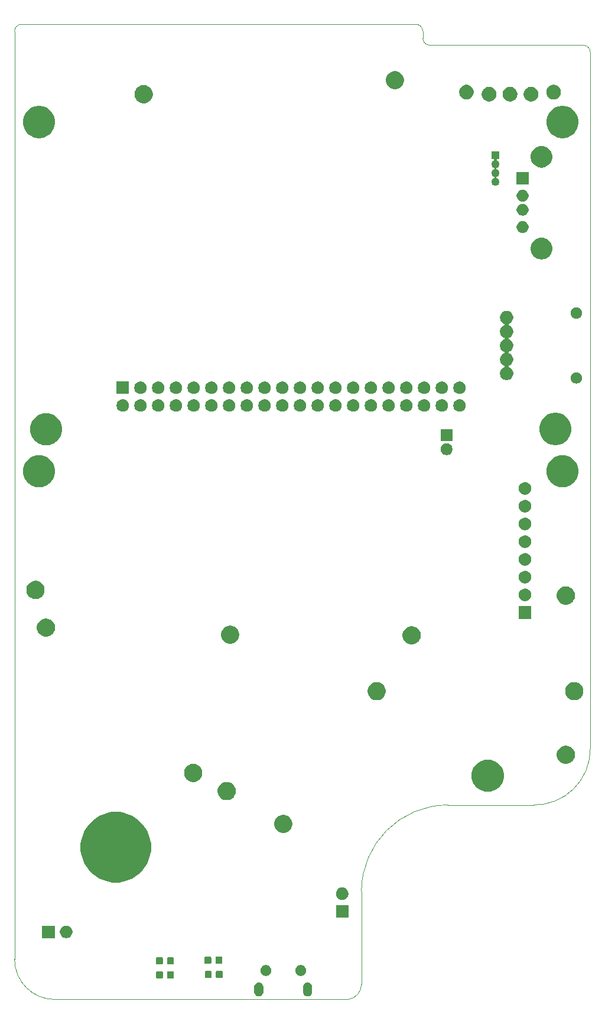
<source format=gbr>
G04 #@! TF.GenerationSoftware,KiCad,Pcbnew,5.1.5*
G04 #@! TF.CreationDate,2020-03-31T00:28:11+02:00*
G04 #@! TF.ProjectId,gameboy-dmg,67616d65-626f-4792-9d64-6d672e6b6963,rev?*
G04 #@! TF.SameCoordinates,PXa6cc320PY5867d60*
G04 #@! TF.FileFunction,Soldermask,Bot*
G04 #@! TF.FilePolarity,Negative*
%FSLAX46Y46*%
G04 Gerber Fmt 4.6, Leading zero omitted, Abs format (unit mm)*
G04 Created by KiCad (PCBNEW 5.1.5) date 2020-03-31 00:28:11*
%MOMM*%
%LPD*%
G04 APERTURE LIST*
%ADD10C,0.050000*%
%ADD11C,0.150000*%
G04 APERTURE END LIST*
D10*
X-36400000Y76600001D02*
G75*
G02X-37400359Y77580241I-11724J988600D01*
G01*
X-38400000Y79599999D02*
G75*
G02X-37399641Y78619759I11724J-988600D01*
G01*
X-37400359Y77580241D02*
X-37399641Y78619759D01*
X-14400359Y76600000D02*
X-36400000Y76600000D01*
X-14400359Y76599999D02*
G75*
G02X-13400000Y75619759I11724J-988600D01*
G01*
X-95899999Y78600000D02*
G75*
G02X-94919759Y79600359I988600J11724D01*
G01*
X-90150000Y-60050000D02*
G75*
G02X-95900000Y-54300000I0J5750000D01*
G01*
X-46200000Y-44600000D02*
X-46200000Y-57900000D01*
X-48028302Y-60050000D02*
X-90150000Y-60050000D01*
X-46200000Y-57900000D02*
G75*
G02X-48028302Y-60050000I-2178302J0D01*
G01*
X-95900000Y78600000D02*
X-95900000Y-54300000D01*
X-38400000Y79600000D02*
X-94919759Y79600359D01*
X-33800000Y-32200000D02*
X-21500030Y-32200000D01*
X-13400000Y-24102438D02*
G75*
G02X-21500030Y-32200000I-8000030J-97562D01*
G01*
X-46200000Y-44600000D02*
G75*
G02X-33800000Y-32200000I12400000J0D01*
G01*
X-13400000Y75619759D02*
X-13400000Y-24100000D01*
D11*
G36*
X-60772382Y-57608420D02*
G01*
X-60681596Y-57635960D01*
X-60649664Y-57645646D01*
X-60536575Y-57706094D01*
X-60437446Y-57787446D01*
X-60356094Y-57886575D01*
X-60295646Y-57999664D01*
X-60285960Y-58031596D01*
X-60258420Y-58122382D01*
X-60249000Y-58218027D01*
X-60249000Y-58981973D01*
X-60258420Y-59077618D01*
X-60285960Y-59168404D01*
X-60295646Y-59200336D01*
X-60356094Y-59313425D01*
X-60437446Y-59412553D01*
X-60536576Y-59493906D01*
X-60649665Y-59554354D01*
X-60681597Y-59564040D01*
X-60772383Y-59591580D01*
X-60900000Y-59604149D01*
X-61027618Y-59591580D01*
X-61118404Y-59564040D01*
X-61150336Y-59554354D01*
X-61263425Y-59493906D01*
X-61362553Y-59412554D01*
X-61443906Y-59313424D01*
X-61504354Y-59200335D01*
X-61514040Y-59168403D01*
X-61541580Y-59077617D01*
X-61551000Y-58981972D01*
X-61551000Y-58218027D01*
X-61541580Y-58122382D01*
X-61504355Y-57999668D01*
X-61479392Y-57952966D01*
X-61443905Y-57886575D01*
X-61362553Y-57787446D01*
X-61263424Y-57706094D01*
X-61150335Y-57645646D01*
X-61118403Y-57635960D01*
X-61027617Y-57608420D01*
X-60900000Y-57595851D01*
X-60772382Y-57608420D01*
G37*
G36*
X-53772383Y-57608420D02*
G01*
X-53681597Y-57635960D01*
X-53649665Y-57645646D01*
X-53536576Y-57706094D01*
X-53437446Y-57787447D01*
X-53356094Y-57886575D01*
X-53295646Y-57999664D01*
X-53285960Y-58031596D01*
X-53258420Y-58122382D01*
X-53249000Y-58218027D01*
X-53249000Y-58981973D01*
X-53258420Y-59077618D01*
X-53285960Y-59168404D01*
X-53295646Y-59200336D01*
X-53356094Y-59313425D01*
X-53437446Y-59412554D01*
X-53536575Y-59493906D01*
X-53649664Y-59554354D01*
X-53681596Y-59564040D01*
X-53772382Y-59591580D01*
X-53900000Y-59604149D01*
X-54027617Y-59591580D01*
X-54118403Y-59564040D01*
X-54150335Y-59554354D01*
X-54263424Y-59493906D01*
X-54362553Y-59412554D01*
X-54443905Y-59313425D01*
X-54504352Y-59200337D01*
X-54504355Y-59200332D01*
X-54541580Y-59077618D01*
X-54551000Y-58981973D01*
X-54551000Y-58218028D01*
X-54541580Y-58122383D01*
X-54504355Y-57999669D01*
X-54504354Y-57999665D01*
X-54443906Y-57886576D01*
X-54362553Y-57787446D01*
X-54263425Y-57706094D01*
X-54150336Y-57645646D01*
X-54118404Y-57635960D01*
X-54027618Y-57608420D01*
X-53900000Y-57595851D01*
X-53772383Y-57608420D01*
G37*
G36*
X-73220409Y-56003085D02*
G01*
X-73186431Y-56013393D01*
X-73155110Y-56030134D01*
X-73127661Y-56052661D01*
X-73105134Y-56080110D01*
X-73088393Y-56111431D01*
X-73078085Y-56145409D01*
X-73074000Y-56186890D01*
X-73074000Y-56863110D01*
X-73078085Y-56904591D01*
X-73088393Y-56938569D01*
X-73105134Y-56969890D01*
X-73127661Y-56997339D01*
X-73155110Y-57019866D01*
X-73186431Y-57036607D01*
X-73220409Y-57046915D01*
X-73261890Y-57051000D01*
X-73863110Y-57051000D01*
X-73904591Y-57046915D01*
X-73938569Y-57036607D01*
X-73969890Y-57019866D01*
X-73997339Y-56997339D01*
X-74019866Y-56969890D01*
X-74036607Y-56938569D01*
X-74046915Y-56904591D01*
X-74051000Y-56863110D01*
X-74051000Y-56186890D01*
X-74046915Y-56145409D01*
X-74036607Y-56111431D01*
X-74019866Y-56080110D01*
X-73997339Y-56052661D01*
X-73969890Y-56030134D01*
X-73938569Y-56013393D01*
X-73904591Y-56003085D01*
X-73863110Y-55999000D01*
X-73261890Y-55999000D01*
X-73220409Y-56003085D01*
G37*
G36*
X-74795409Y-56003085D02*
G01*
X-74761431Y-56013393D01*
X-74730110Y-56030134D01*
X-74702661Y-56052661D01*
X-74680134Y-56080110D01*
X-74663393Y-56111431D01*
X-74653085Y-56145409D01*
X-74649000Y-56186890D01*
X-74649000Y-56863110D01*
X-74653085Y-56904591D01*
X-74663393Y-56938569D01*
X-74680134Y-56969890D01*
X-74702661Y-56997339D01*
X-74730110Y-57019866D01*
X-74761431Y-57036607D01*
X-74795409Y-57046915D01*
X-74836890Y-57051000D01*
X-75438110Y-57051000D01*
X-75479591Y-57046915D01*
X-75513569Y-57036607D01*
X-75544890Y-57019866D01*
X-75572339Y-56997339D01*
X-75594866Y-56969890D01*
X-75611607Y-56938569D01*
X-75621915Y-56904591D01*
X-75626000Y-56863110D01*
X-75626000Y-56186890D01*
X-75621915Y-56145409D01*
X-75611607Y-56111431D01*
X-75594866Y-56080110D01*
X-75572339Y-56052661D01*
X-75544890Y-56030134D01*
X-75513569Y-56013393D01*
X-75479591Y-56003085D01*
X-75438110Y-55999000D01*
X-74836890Y-55999000D01*
X-74795409Y-56003085D01*
G37*
G36*
X-67795409Y-55953085D02*
G01*
X-67761431Y-55963393D01*
X-67730110Y-55980134D01*
X-67702661Y-56002661D01*
X-67680134Y-56030110D01*
X-67663393Y-56061431D01*
X-67653085Y-56095409D01*
X-67649000Y-56136890D01*
X-67649000Y-56813110D01*
X-67653085Y-56854591D01*
X-67663393Y-56888569D01*
X-67680134Y-56919890D01*
X-67702661Y-56947339D01*
X-67730110Y-56969866D01*
X-67761431Y-56986607D01*
X-67795409Y-56996915D01*
X-67836890Y-57001000D01*
X-68438110Y-57001000D01*
X-68479591Y-56996915D01*
X-68513569Y-56986607D01*
X-68544890Y-56969866D01*
X-68572339Y-56947339D01*
X-68594866Y-56919890D01*
X-68611607Y-56888569D01*
X-68621915Y-56854591D01*
X-68626000Y-56813110D01*
X-68626000Y-56136890D01*
X-68621915Y-56095409D01*
X-68611607Y-56061431D01*
X-68594866Y-56030110D01*
X-68572339Y-56002661D01*
X-68544890Y-55980134D01*
X-68513569Y-55963393D01*
X-68479591Y-55953085D01*
X-68438110Y-55949000D01*
X-67836890Y-55949000D01*
X-67795409Y-55953085D01*
G37*
G36*
X-66220409Y-55953085D02*
G01*
X-66186431Y-55963393D01*
X-66155110Y-55980134D01*
X-66127661Y-56002661D01*
X-66105134Y-56030110D01*
X-66088393Y-56061431D01*
X-66078085Y-56095409D01*
X-66074000Y-56136890D01*
X-66074000Y-56813110D01*
X-66078085Y-56854591D01*
X-66088393Y-56888569D01*
X-66105134Y-56919890D01*
X-66127661Y-56947339D01*
X-66155110Y-56969866D01*
X-66186431Y-56986607D01*
X-66220409Y-56996915D01*
X-66261890Y-57001000D01*
X-66863110Y-57001000D01*
X-66904591Y-56996915D01*
X-66938569Y-56986607D01*
X-66969890Y-56969866D01*
X-66997339Y-56947339D01*
X-67019866Y-56919890D01*
X-67036607Y-56888569D01*
X-67046915Y-56854591D01*
X-67051000Y-56813110D01*
X-67051000Y-56136890D01*
X-67046915Y-56095409D01*
X-67036607Y-56061431D01*
X-67019866Y-56030110D01*
X-66997339Y-56002661D01*
X-66969890Y-55980134D01*
X-66938569Y-55963393D01*
X-66904591Y-55953085D01*
X-66863110Y-55949000D01*
X-66261890Y-55949000D01*
X-66220409Y-55953085D01*
G37*
G36*
X-59673652Y-55153820D02*
G01*
X-59673650Y-55153821D01*
X-59673649Y-55153821D01*
X-59532426Y-55212317D01*
X-59532423Y-55212319D01*
X-59405331Y-55297239D01*
X-59297239Y-55405331D01*
X-59212319Y-55532423D01*
X-59212317Y-55532426D01*
X-59153821Y-55673649D01*
X-59153820Y-55673652D01*
X-59124000Y-55823569D01*
X-59124000Y-55976431D01*
X-59150081Y-56107552D01*
X-59153821Y-56126351D01*
X-59212317Y-56267574D01*
X-59212319Y-56267577D01*
X-59297239Y-56394669D01*
X-59405331Y-56502761D01*
X-59532423Y-56587681D01*
X-59532426Y-56587683D01*
X-59673649Y-56646179D01*
X-59673650Y-56646179D01*
X-59673652Y-56646180D01*
X-59823569Y-56676000D01*
X-59976431Y-56676000D01*
X-60126348Y-56646180D01*
X-60126350Y-56646179D01*
X-60126351Y-56646179D01*
X-60267574Y-56587683D01*
X-60267577Y-56587681D01*
X-60394669Y-56502761D01*
X-60502761Y-56394669D01*
X-60587681Y-56267577D01*
X-60587683Y-56267574D01*
X-60646179Y-56126351D01*
X-60649918Y-56107552D01*
X-60676000Y-55976431D01*
X-60676000Y-55823569D01*
X-60646180Y-55673652D01*
X-60646179Y-55673649D01*
X-60587683Y-55532426D01*
X-60587681Y-55532423D01*
X-60502761Y-55405331D01*
X-60394669Y-55297239D01*
X-60267577Y-55212319D01*
X-60267574Y-55212317D01*
X-60126351Y-55153821D01*
X-60126350Y-55153821D01*
X-60126348Y-55153820D01*
X-59976431Y-55124000D01*
X-59823569Y-55124000D01*
X-59673652Y-55153820D01*
G37*
G36*
X-54673652Y-55153820D02*
G01*
X-54673650Y-55153821D01*
X-54673649Y-55153821D01*
X-54532426Y-55212317D01*
X-54532423Y-55212319D01*
X-54405331Y-55297239D01*
X-54297239Y-55405331D01*
X-54212319Y-55532423D01*
X-54212317Y-55532426D01*
X-54153821Y-55673649D01*
X-54153820Y-55673652D01*
X-54124000Y-55823569D01*
X-54124000Y-55976431D01*
X-54150081Y-56107552D01*
X-54153821Y-56126351D01*
X-54212317Y-56267574D01*
X-54212319Y-56267577D01*
X-54297239Y-56394669D01*
X-54405331Y-56502761D01*
X-54532423Y-56587681D01*
X-54532426Y-56587683D01*
X-54673649Y-56646179D01*
X-54673650Y-56646179D01*
X-54673652Y-56646180D01*
X-54823569Y-56676000D01*
X-54976431Y-56676000D01*
X-55126348Y-56646180D01*
X-55126350Y-56646179D01*
X-55126351Y-56646179D01*
X-55267574Y-56587683D01*
X-55267577Y-56587681D01*
X-55394669Y-56502761D01*
X-55502761Y-56394669D01*
X-55587681Y-56267577D01*
X-55587683Y-56267574D01*
X-55646179Y-56126351D01*
X-55649918Y-56107552D01*
X-55676000Y-55976431D01*
X-55676000Y-55823569D01*
X-55646180Y-55673652D01*
X-55646179Y-55673649D01*
X-55587683Y-55532426D01*
X-55587681Y-55532423D01*
X-55502761Y-55405331D01*
X-55394669Y-55297239D01*
X-55267577Y-55212319D01*
X-55267574Y-55212317D01*
X-55126351Y-55153821D01*
X-55126350Y-55153821D01*
X-55126348Y-55153820D01*
X-54976431Y-55124000D01*
X-54823569Y-55124000D01*
X-54673652Y-55153820D01*
G37*
G36*
X-74807909Y-54003085D02*
G01*
X-74773931Y-54013393D01*
X-74742610Y-54030134D01*
X-74715161Y-54052661D01*
X-74692634Y-54080110D01*
X-74675893Y-54111431D01*
X-74665585Y-54145409D01*
X-74661500Y-54186890D01*
X-74661500Y-54863110D01*
X-74665585Y-54904591D01*
X-74675893Y-54938569D01*
X-74692634Y-54969890D01*
X-74715161Y-54997339D01*
X-74742610Y-55019866D01*
X-74773931Y-55036607D01*
X-74807909Y-55046915D01*
X-74849390Y-55051000D01*
X-75450610Y-55051000D01*
X-75492091Y-55046915D01*
X-75526069Y-55036607D01*
X-75557390Y-55019866D01*
X-75584839Y-54997339D01*
X-75607366Y-54969890D01*
X-75624107Y-54938569D01*
X-75634415Y-54904591D01*
X-75638500Y-54863110D01*
X-75638500Y-54186890D01*
X-75634415Y-54145409D01*
X-75624107Y-54111431D01*
X-75607366Y-54080110D01*
X-75584839Y-54052661D01*
X-75557390Y-54030134D01*
X-75526069Y-54013393D01*
X-75492091Y-54003085D01*
X-75450610Y-53999000D01*
X-74849390Y-53999000D01*
X-74807909Y-54003085D01*
G37*
G36*
X-73232909Y-54003085D02*
G01*
X-73198931Y-54013393D01*
X-73167610Y-54030134D01*
X-73140161Y-54052661D01*
X-73117634Y-54080110D01*
X-73100893Y-54111431D01*
X-73090585Y-54145409D01*
X-73086500Y-54186890D01*
X-73086500Y-54863110D01*
X-73090585Y-54904591D01*
X-73100893Y-54938569D01*
X-73117634Y-54969890D01*
X-73140161Y-54997339D01*
X-73167610Y-55019866D01*
X-73198931Y-55036607D01*
X-73232909Y-55046915D01*
X-73274390Y-55051000D01*
X-73875610Y-55051000D01*
X-73917091Y-55046915D01*
X-73951069Y-55036607D01*
X-73982390Y-55019866D01*
X-74009839Y-54997339D01*
X-74032366Y-54969890D01*
X-74049107Y-54938569D01*
X-74059415Y-54904591D01*
X-74063500Y-54863110D01*
X-74063500Y-54186890D01*
X-74059415Y-54145409D01*
X-74049107Y-54111431D01*
X-74032366Y-54080110D01*
X-74009839Y-54052661D01*
X-73982390Y-54030134D01*
X-73951069Y-54013393D01*
X-73917091Y-54003085D01*
X-73875610Y-53999000D01*
X-73274390Y-53999000D01*
X-73232909Y-54003085D01*
G37*
G36*
X-66282909Y-53903085D02*
G01*
X-66248931Y-53913393D01*
X-66217610Y-53930134D01*
X-66190161Y-53952661D01*
X-66167634Y-53980110D01*
X-66150893Y-54011431D01*
X-66140585Y-54045409D01*
X-66136500Y-54086890D01*
X-66136500Y-54763110D01*
X-66140585Y-54804591D01*
X-66150893Y-54838569D01*
X-66167634Y-54869890D01*
X-66190161Y-54897339D01*
X-66217610Y-54919866D01*
X-66248931Y-54936607D01*
X-66282909Y-54946915D01*
X-66324390Y-54951000D01*
X-66925610Y-54951000D01*
X-66967091Y-54946915D01*
X-67001069Y-54936607D01*
X-67032390Y-54919866D01*
X-67059839Y-54897339D01*
X-67082366Y-54869890D01*
X-67099107Y-54838569D01*
X-67109415Y-54804591D01*
X-67113500Y-54763110D01*
X-67113500Y-54086890D01*
X-67109415Y-54045409D01*
X-67099107Y-54011431D01*
X-67082366Y-53980110D01*
X-67059839Y-53952661D01*
X-67032390Y-53930134D01*
X-67001069Y-53913393D01*
X-66967091Y-53903085D01*
X-66925610Y-53899000D01*
X-66324390Y-53899000D01*
X-66282909Y-53903085D01*
G37*
G36*
X-67857909Y-53903085D02*
G01*
X-67823931Y-53913393D01*
X-67792610Y-53930134D01*
X-67765161Y-53952661D01*
X-67742634Y-53980110D01*
X-67725893Y-54011431D01*
X-67715585Y-54045409D01*
X-67711500Y-54086890D01*
X-67711500Y-54763110D01*
X-67715585Y-54804591D01*
X-67725893Y-54838569D01*
X-67742634Y-54869890D01*
X-67765161Y-54897339D01*
X-67792610Y-54919866D01*
X-67823931Y-54936607D01*
X-67857909Y-54946915D01*
X-67899390Y-54951000D01*
X-68500610Y-54951000D01*
X-68542091Y-54946915D01*
X-68576069Y-54936607D01*
X-68607390Y-54919866D01*
X-68634839Y-54897339D01*
X-68657366Y-54869890D01*
X-68674107Y-54838569D01*
X-68684415Y-54804591D01*
X-68688500Y-54763110D01*
X-68688500Y-54086890D01*
X-68684415Y-54045409D01*
X-68674107Y-54011431D01*
X-68657366Y-53980110D01*
X-68634839Y-53952661D01*
X-68607390Y-53930134D01*
X-68576069Y-53913393D01*
X-68542091Y-53903085D01*
X-68500610Y-53899000D01*
X-67899390Y-53899000D01*
X-67857909Y-53903085D01*
G37*
G36*
X-90149000Y-51276000D02*
G01*
X-91951000Y-51276000D01*
X-91951000Y-49474000D01*
X-90149000Y-49474000D01*
X-90149000Y-51276000D01*
G37*
G36*
X-88396488Y-49478927D02*
G01*
X-88247188Y-49508624D01*
X-88083216Y-49576544D01*
X-87935646Y-49675147D01*
X-87810147Y-49800646D01*
X-87711544Y-49948216D01*
X-87643624Y-50112188D01*
X-87609000Y-50286259D01*
X-87609000Y-50463741D01*
X-87643624Y-50637812D01*
X-87711544Y-50801784D01*
X-87810147Y-50949354D01*
X-87935646Y-51074853D01*
X-88083216Y-51173456D01*
X-88247188Y-51241376D01*
X-88396488Y-51271073D01*
X-88421258Y-51276000D01*
X-88598742Y-51276000D01*
X-88623512Y-51271073D01*
X-88772812Y-51241376D01*
X-88936784Y-51173456D01*
X-89084354Y-51074853D01*
X-89209853Y-50949354D01*
X-89308456Y-50801784D01*
X-89376376Y-50637812D01*
X-89411000Y-50463741D01*
X-89411000Y-50286259D01*
X-89376376Y-50112188D01*
X-89308456Y-49948216D01*
X-89209853Y-49800646D01*
X-89084354Y-49675147D01*
X-88936784Y-49576544D01*
X-88772812Y-49508624D01*
X-88623512Y-49478927D01*
X-88598742Y-49474000D01*
X-88421258Y-49474000D01*
X-88396488Y-49478927D01*
G37*
G36*
X-48049000Y-48351000D02*
G01*
X-49851000Y-48351000D01*
X-49851000Y-46549000D01*
X-48049000Y-46549000D01*
X-48049000Y-48351000D01*
G37*
G36*
X-48836488Y-44013927D02*
G01*
X-48687188Y-44043624D01*
X-48523216Y-44111544D01*
X-48375646Y-44210147D01*
X-48250147Y-44335646D01*
X-48151544Y-44483216D01*
X-48083624Y-44647188D01*
X-48049000Y-44821259D01*
X-48049000Y-44998741D01*
X-48083624Y-45172812D01*
X-48151544Y-45336784D01*
X-48250147Y-45484354D01*
X-48375646Y-45609853D01*
X-48523216Y-45708456D01*
X-48687188Y-45776376D01*
X-48836488Y-45806073D01*
X-48861258Y-45811000D01*
X-49038742Y-45811000D01*
X-49063512Y-45806073D01*
X-49212812Y-45776376D01*
X-49376784Y-45708456D01*
X-49524354Y-45609853D01*
X-49649853Y-45484354D01*
X-49748456Y-45336784D01*
X-49816376Y-45172812D01*
X-49851000Y-44998741D01*
X-49851000Y-44821259D01*
X-49816376Y-44647188D01*
X-49748456Y-44483216D01*
X-49649853Y-44335646D01*
X-49524354Y-44210147D01*
X-49376784Y-44111544D01*
X-49212812Y-44043624D01*
X-49063512Y-44013927D01*
X-49038742Y-44009000D01*
X-48861258Y-44009000D01*
X-48836488Y-44013927D01*
G37*
G36*
X-80414599Y-33296053D02*
G01*
X-79926678Y-33393107D01*
X-79007454Y-33773862D01*
X-78180175Y-34326632D01*
X-77476632Y-35030175D01*
X-76923862Y-35857454D01*
X-76543107Y-36776678D01*
X-76349000Y-37752520D01*
X-76349000Y-38747480D01*
X-76543107Y-39723322D01*
X-76923862Y-40642546D01*
X-77476632Y-41469825D01*
X-78180175Y-42173368D01*
X-79007454Y-42726138D01*
X-79926678Y-43106893D01*
X-80414599Y-43203946D01*
X-80902519Y-43301000D01*
X-81897481Y-43301000D01*
X-82385401Y-43203946D01*
X-82873322Y-43106893D01*
X-83792546Y-42726138D01*
X-84619825Y-42173368D01*
X-85323368Y-41469825D01*
X-85876138Y-40642546D01*
X-86256893Y-39723322D01*
X-86451000Y-38747480D01*
X-86451000Y-37752520D01*
X-86256893Y-36776678D01*
X-85876138Y-35857454D01*
X-85323368Y-35030175D01*
X-84619825Y-34326632D01*
X-83792546Y-33773862D01*
X-82873322Y-33393107D01*
X-82385401Y-33296053D01*
X-81897481Y-33199000D01*
X-80902519Y-33199000D01*
X-80414599Y-33296053D01*
G37*
G36*
X-57020513Y-33648996D02*
G01*
X-56783747Y-33747068D01*
X-56783745Y-33747069D01*
X-56570661Y-33889447D01*
X-56389447Y-34070661D01*
X-56247068Y-34283747D01*
X-56148996Y-34520513D01*
X-56099000Y-34771861D01*
X-56099000Y-35028139D01*
X-56148996Y-35279487D01*
X-56247068Y-35516253D01*
X-56247069Y-35516255D01*
X-56389447Y-35729339D01*
X-56570661Y-35910553D01*
X-56783745Y-36052931D01*
X-56783746Y-36052932D01*
X-56783747Y-36052932D01*
X-57020513Y-36151004D01*
X-57271861Y-36201000D01*
X-57528139Y-36201000D01*
X-57779487Y-36151004D01*
X-58016253Y-36052932D01*
X-58016254Y-36052932D01*
X-58016255Y-36052931D01*
X-58229339Y-35910553D01*
X-58410553Y-35729339D01*
X-58552931Y-35516255D01*
X-58552932Y-35516253D01*
X-58651004Y-35279487D01*
X-58701000Y-35028139D01*
X-58701000Y-34771861D01*
X-58651004Y-34520513D01*
X-58552932Y-34283747D01*
X-58410553Y-34070661D01*
X-58229339Y-33889447D01*
X-58016255Y-33747069D01*
X-58016253Y-33747068D01*
X-57779487Y-33648996D01*
X-57528139Y-33599000D01*
X-57271861Y-33599000D01*
X-57020513Y-33648996D01*
G37*
G36*
X-65120513Y-28948996D02*
G01*
X-64883747Y-29047068D01*
X-64883745Y-29047069D01*
X-64670661Y-29189447D01*
X-64489447Y-29370661D01*
X-64425208Y-29466801D01*
X-64347068Y-29583747D01*
X-64248996Y-29820513D01*
X-64199000Y-30071861D01*
X-64199000Y-30328139D01*
X-64248996Y-30579487D01*
X-64347068Y-30816253D01*
X-64347069Y-30816255D01*
X-64489447Y-31029339D01*
X-64670661Y-31210553D01*
X-64883745Y-31352931D01*
X-64883746Y-31352932D01*
X-64883747Y-31352932D01*
X-65120513Y-31451004D01*
X-65371861Y-31501000D01*
X-65628139Y-31501000D01*
X-65879487Y-31451004D01*
X-66116253Y-31352932D01*
X-66116254Y-31352932D01*
X-66116255Y-31352931D01*
X-66329339Y-31210553D01*
X-66510553Y-31029339D01*
X-66652931Y-30816255D01*
X-66652932Y-30816253D01*
X-66751004Y-30579487D01*
X-66801000Y-30328139D01*
X-66801000Y-30071861D01*
X-66751004Y-29820513D01*
X-66652932Y-29583747D01*
X-66574791Y-29466801D01*
X-66510553Y-29370661D01*
X-66329339Y-29189447D01*
X-66116255Y-29047069D01*
X-66116253Y-29047068D01*
X-65879487Y-28948996D01*
X-65628139Y-28899000D01*
X-65371861Y-28899000D01*
X-65120513Y-28948996D01*
G37*
G36*
X-27651097Y-25743213D02*
G01*
X-27428823Y-25787426D01*
X-27010068Y-25960880D01*
X-26633198Y-26212696D01*
X-26312696Y-26533198D01*
X-26060880Y-26910068D01*
X-25887426Y-27328823D01*
X-25887426Y-27328824D01*
X-25807997Y-27728137D01*
X-25799000Y-27773371D01*
X-25799000Y-28226629D01*
X-25887426Y-28671177D01*
X-26060880Y-29089932D01*
X-26312696Y-29466802D01*
X-26633198Y-29787304D01*
X-27010068Y-30039120D01*
X-27428823Y-30212574D01*
X-27651097Y-30256787D01*
X-27873370Y-30301000D01*
X-28326630Y-30301000D01*
X-28548903Y-30256787D01*
X-28771177Y-30212574D01*
X-29189932Y-30039120D01*
X-29566802Y-29787304D01*
X-29887304Y-29466802D01*
X-30139120Y-29089932D01*
X-30312574Y-28671177D01*
X-30401000Y-28226629D01*
X-30401000Y-27773371D01*
X-30392002Y-27728137D01*
X-30312574Y-27328824D01*
X-30312574Y-27328823D01*
X-30139120Y-26910068D01*
X-29887304Y-26533198D01*
X-29566802Y-26212696D01*
X-29189932Y-25960880D01*
X-28771177Y-25787426D01*
X-28548903Y-25743213D01*
X-28326630Y-25699000D01*
X-27873370Y-25699000D01*
X-27651097Y-25743213D01*
G37*
G36*
X-69920513Y-26348996D02*
G01*
X-69683747Y-26447068D01*
X-69683745Y-26447069D01*
X-69470661Y-26589447D01*
X-69289447Y-26770661D01*
X-69196298Y-26910068D01*
X-69147068Y-26983747D01*
X-69048996Y-27220513D01*
X-68999000Y-27471861D01*
X-68999000Y-27728139D01*
X-69048996Y-27979487D01*
X-69147068Y-28216253D01*
X-69147069Y-28216255D01*
X-69289447Y-28429339D01*
X-69470661Y-28610553D01*
X-69683745Y-28752931D01*
X-69683746Y-28752932D01*
X-69683747Y-28752932D01*
X-69920513Y-28851004D01*
X-70171861Y-28901000D01*
X-70428139Y-28901000D01*
X-70679487Y-28851004D01*
X-70916253Y-28752932D01*
X-70916254Y-28752932D01*
X-70916255Y-28752931D01*
X-71129339Y-28610553D01*
X-71310553Y-28429339D01*
X-71452931Y-28216255D01*
X-71452932Y-28216253D01*
X-71551004Y-27979487D01*
X-71601000Y-27728139D01*
X-71601000Y-27471861D01*
X-71551004Y-27220513D01*
X-71452932Y-26983747D01*
X-71403701Y-26910068D01*
X-71310553Y-26770661D01*
X-71129339Y-26589447D01*
X-70916255Y-26447069D01*
X-70916253Y-26447068D01*
X-70679487Y-26348996D01*
X-70428139Y-26299000D01*
X-70171861Y-26299000D01*
X-69920513Y-26348996D01*
G37*
G36*
X-16520513Y-23748996D02*
G01*
X-16283747Y-23847068D01*
X-16283745Y-23847069D01*
X-16070661Y-23989447D01*
X-15889447Y-24170661D01*
X-15747068Y-24383747D01*
X-15648996Y-24620513D01*
X-15599000Y-24871861D01*
X-15599000Y-25128139D01*
X-15648996Y-25379487D01*
X-15747068Y-25616253D01*
X-15747069Y-25616255D01*
X-15889447Y-25829339D01*
X-16070661Y-26010553D01*
X-16283745Y-26152931D01*
X-16283746Y-26152932D01*
X-16283747Y-26152932D01*
X-16520513Y-26251004D01*
X-16771861Y-26301000D01*
X-17028139Y-26301000D01*
X-17279487Y-26251004D01*
X-17516253Y-26152932D01*
X-17516254Y-26152932D01*
X-17516255Y-26152931D01*
X-17729339Y-26010553D01*
X-17910553Y-25829339D01*
X-18052931Y-25616255D01*
X-18052932Y-25616253D01*
X-18151004Y-25379487D01*
X-18201000Y-25128139D01*
X-18201000Y-24871861D01*
X-18151004Y-24620513D01*
X-18052932Y-24383747D01*
X-17910553Y-24170661D01*
X-17729339Y-23989447D01*
X-17516255Y-23847069D01*
X-17516253Y-23847068D01*
X-17279487Y-23748996D01*
X-17028139Y-23699000D01*
X-16771861Y-23699000D01*
X-16520513Y-23748996D01*
G37*
G36*
X-15320513Y-14648996D02*
G01*
X-15083747Y-14747068D01*
X-15083745Y-14747069D01*
X-14870661Y-14889447D01*
X-14689447Y-15070661D01*
X-14547068Y-15283747D01*
X-14448996Y-15520513D01*
X-14399000Y-15771861D01*
X-14399000Y-16028139D01*
X-14448996Y-16279487D01*
X-14547068Y-16516253D01*
X-14547069Y-16516255D01*
X-14689447Y-16729339D01*
X-14870661Y-16910553D01*
X-15083745Y-17052931D01*
X-15083746Y-17052932D01*
X-15083747Y-17052932D01*
X-15320513Y-17151004D01*
X-15571861Y-17201000D01*
X-15828139Y-17201000D01*
X-16079487Y-17151004D01*
X-16316253Y-17052932D01*
X-16316254Y-17052932D01*
X-16316255Y-17052931D01*
X-16529339Y-16910553D01*
X-16710553Y-16729339D01*
X-16852931Y-16516255D01*
X-16852932Y-16516253D01*
X-16951004Y-16279487D01*
X-17001000Y-16028139D01*
X-17001000Y-15771861D01*
X-16951004Y-15520513D01*
X-16852932Y-15283747D01*
X-16710553Y-15070661D01*
X-16529339Y-14889447D01*
X-16316255Y-14747069D01*
X-16316253Y-14747068D01*
X-16079487Y-14648996D01*
X-15828139Y-14599000D01*
X-15571861Y-14599000D01*
X-15320513Y-14648996D01*
G37*
G36*
X-43620513Y-14648996D02*
G01*
X-43383747Y-14747068D01*
X-43383745Y-14747069D01*
X-43170661Y-14889447D01*
X-42989447Y-15070661D01*
X-42847068Y-15283747D01*
X-42748996Y-15520513D01*
X-42699000Y-15771861D01*
X-42699000Y-16028139D01*
X-42748996Y-16279487D01*
X-42847068Y-16516253D01*
X-42847069Y-16516255D01*
X-42989447Y-16729339D01*
X-43170661Y-16910553D01*
X-43383745Y-17052931D01*
X-43383746Y-17052932D01*
X-43383747Y-17052932D01*
X-43620513Y-17151004D01*
X-43871861Y-17201000D01*
X-44128139Y-17201000D01*
X-44379487Y-17151004D01*
X-44616253Y-17052932D01*
X-44616254Y-17052932D01*
X-44616255Y-17052931D01*
X-44829339Y-16910553D01*
X-45010553Y-16729339D01*
X-45152931Y-16516255D01*
X-45152932Y-16516253D01*
X-45251004Y-16279487D01*
X-45301000Y-16028139D01*
X-45301000Y-15771861D01*
X-45251004Y-15520513D01*
X-45152932Y-15283747D01*
X-45010553Y-15070661D01*
X-44829339Y-14889447D01*
X-44616255Y-14747069D01*
X-44616253Y-14747068D01*
X-44379487Y-14648996D01*
X-44128139Y-14599000D01*
X-43871861Y-14599000D01*
X-43620513Y-14648996D01*
G37*
G36*
X-38620513Y-6648996D02*
G01*
X-38383747Y-6747068D01*
X-38383745Y-6747069D01*
X-38170661Y-6889447D01*
X-37989447Y-7070661D01*
X-37913885Y-7183747D01*
X-37847068Y-7283747D01*
X-37748996Y-7520513D01*
X-37699000Y-7771861D01*
X-37699000Y-8028139D01*
X-37748996Y-8279487D01*
X-37847068Y-8516253D01*
X-37847069Y-8516255D01*
X-37989447Y-8729339D01*
X-38170661Y-8910553D01*
X-38383745Y-9052931D01*
X-38383746Y-9052932D01*
X-38383747Y-9052932D01*
X-38620513Y-9151004D01*
X-38871861Y-9201000D01*
X-39128139Y-9201000D01*
X-39379487Y-9151004D01*
X-39616253Y-9052932D01*
X-39616254Y-9052932D01*
X-39616255Y-9052931D01*
X-39829339Y-8910553D01*
X-40010553Y-8729339D01*
X-40152931Y-8516255D01*
X-40152932Y-8516253D01*
X-40251004Y-8279487D01*
X-40301000Y-8028139D01*
X-40301000Y-7771861D01*
X-40251004Y-7520513D01*
X-40152932Y-7283747D01*
X-40086114Y-7183747D01*
X-40010553Y-7070661D01*
X-39829339Y-6889447D01*
X-39616255Y-6747069D01*
X-39616253Y-6747068D01*
X-39379487Y-6648996D01*
X-39128139Y-6599000D01*
X-38871861Y-6599000D01*
X-38620513Y-6648996D01*
G37*
G36*
X-64620513Y-6548996D02*
G01*
X-64383747Y-6647068D01*
X-64383745Y-6647069D01*
X-64170661Y-6789447D01*
X-63989447Y-6970661D01*
X-63849913Y-7179488D01*
X-63847068Y-7183747D01*
X-63748996Y-7420513D01*
X-63699000Y-7671861D01*
X-63699000Y-7928139D01*
X-63748996Y-8179487D01*
X-63790418Y-8279488D01*
X-63847069Y-8416255D01*
X-63989447Y-8629339D01*
X-64170661Y-8810553D01*
X-64383745Y-8952931D01*
X-64383746Y-8952932D01*
X-64383747Y-8952932D01*
X-64620513Y-9051004D01*
X-64871861Y-9101000D01*
X-65128139Y-9101000D01*
X-65379487Y-9051004D01*
X-65616253Y-8952932D01*
X-65616254Y-8952932D01*
X-65616255Y-8952931D01*
X-65829339Y-8810553D01*
X-66010553Y-8629339D01*
X-66152931Y-8416255D01*
X-66209582Y-8279488D01*
X-66251004Y-8179487D01*
X-66301000Y-7928139D01*
X-66301000Y-7671861D01*
X-66251004Y-7420513D01*
X-66152932Y-7183747D01*
X-66150086Y-7179488D01*
X-66010553Y-6970661D01*
X-65829339Y-6789447D01*
X-65616255Y-6647069D01*
X-65616253Y-6647068D01*
X-65379487Y-6548996D01*
X-65128139Y-6499000D01*
X-64871861Y-6499000D01*
X-64620513Y-6548996D01*
G37*
G36*
X-91020513Y-5548996D02*
G01*
X-90783747Y-5647068D01*
X-90783745Y-5647069D01*
X-90570661Y-5789447D01*
X-90389447Y-5970661D01*
X-90247068Y-6183747D01*
X-90148996Y-6420513D01*
X-90099000Y-6671861D01*
X-90099000Y-6928139D01*
X-90148996Y-7179487D01*
X-90192182Y-7283747D01*
X-90247069Y-7416255D01*
X-90389447Y-7629339D01*
X-90570661Y-7810553D01*
X-90783745Y-7952931D01*
X-90783746Y-7952932D01*
X-90783747Y-7952932D01*
X-91020513Y-8051004D01*
X-91271861Y-8101000D01*
X-91528139Y-8101000D01*
X-91779487Y-8051004D01*
X-92016253Y-7952932D01*
X-92016254Y-7952932D01*
X-92016255Y-7952931D01*
X-92229339Y-7810553D01*
X-92410553Y-7629339D01*
X-92552931Y-7416255D01*
X-92607818Y-7283747D01*
X-92651004Y-7179487D01*
X-92701000Y-6928139D01*
X-92701000Y-6671861D01*
X-92651004Y-6420513D01*
X-92552932Y-6183747D01*
X-92410553Y-5970661D01*
X-92229339Y-5789447D01*
X-92016255Y-5647069D01*
X-92016253Y-5647068D01*
X-91779487Y-5548996D01*
X-91528139Y-5499000D01*
X-91271861Y-5499000D01*
X-91020513Y-5548996D01*
G37*
G36*
X-21849000Y-5551000D02*
G01*
X-23651000Y-5551000D01*
X-23651000Y-3749000D01*
X-21849000Y-3749000D01*
X-21849000Y-5551000D01*
G37*
G36*
X-16520513Y-948996D02*
G01*
X-16283747Y-1047068D01*
X-16283745Y-1047069D01*
X-16070661Y-1189447D01*
X-15889447Y-1370661D01*
X-15747068Y-1583747D01*
X-15648996Y-1820513D01*
X-15599000Y-2071861D01*
X-15599000Y-2328139D01*
X-15648996Y-2579487D01*
X-15744417Y-2809852D01*
X-15747069Y-2816255D01*
X-15889447Y-3029339D01*
X-16070661Y-3210553D01*
X-16283745Y-3352931D01*
X-16283746Y-3352932D01*
X-16283747Y-3352932D01*
X-16520513Y-3451004D01*
X-16771861Y-3501000D01*
X-17028139Y-3501000D01*
X-17279487Y-3451004D01*
X-17516253Y-3352932D01*
X-17516254Y-3352932D01*
X-17516255Y-3352931D01*
X-17729339Y-3210553D01*
X-17910553Y-3029339D01*
X-18052931Y-2816255D01*
X-18055583Y-2809852D01*
X-18151004Y-2579487D01*
X-18201000Y-2328139D01*
X-18201000Y-2071861D01*
X-18151004Y-1820513D01*
X-18052932Y-1583747D01*
X-17910553Y-1370661D01*
X-17729339Y-1189447D01*
X-17516255Y-1047069D01*
X-17516253Y-1047068D01*
X-17279487Y-948996D01*
X-17028139Y-899000D01*
X-16771861Y-899000D01*
X-16520513Y-948996D01*
G37*
G36*
X-22636488Y-1213927D02*
G01*
X-22487188Y-1243624D01*
X-22323216Y-1311544D01*
X-22175646Y-1410147D01*
X-22050147Y-1535646D01*
X-21951544Y-1683216D01*
X-21883624Y-1847188D01*
X-21849000Y-2021259D01*
X-21849000Y-2198741D01*
X-21883624Y-2372812D01*
X-21951544Y-2536784D01*
X-22050147Y-2684354D01*
X-22175646Y-2809853D01*
X-22323216Y-2908456D01*
X-22487188Y-2976376D01*
X-22636488Y-3006073D01*
X-22661258Y-3011000D01*
X-22838742Y-3011000D01*
X-22863512Y-3006073D01*
X-23012812Y-2976376D01*
X-23176784Y-2908456D01*
X-23324354Y-2809853D01*
X-23449853Y-2684354D01*
X-23548456Y-2536784D01*
X-23616376Y-2372812D01*
X-23651000Y-2198741D01*
X-23651000Y-2021259D01*
X-23616376Y-1847188D01*
X-23548456Y-1683216D01*
X-23449853Y-1535646D01*
X-23324354Y-1410147D01*
X-23176784Y-1311544D01*
X-23012812Y-1243624D01*
X-22863512Y-1213927D01*
X-22838742Y-1209000D01*
X-22661258Y-1209000D01*
X-22636488Y-1213927D01*
G37*
G36*
X-92520513Y-148996D02*
G01*
X-92283747Y-247068D01*
X-92283745Y-247069D01*
X-92102076Y-368456D01*
X-92070661Y-389447D01*
X-91889447Y-570661D01*
X-91747068Y-783747D01*
X-91648996Y-1020513D01*
X-91599000Y-1271861D01*
X-91599000Y-1528139D01*
X-91648996Y-1779487D01*
X-91747068Y-2016253D01*
X-91747069Y-2016255D01*
X-91889447Y-2229339D01*
X-92070661Y-2410553D01*
X-92283745Y-2552931D01*
X-92283746Y-2552932D01*
X-92283747Y-2552932D01*
X-92520513Y-2651004D01*
X-92771861Y-2701000D01*
X-93028139Y-2701000D01*
X-93279487Y-2651004D01*
X-93516253Y-2552932D01*
X-93516254Y-2552932D01*
X-93516255Y-2552931D01*
X-93729339Y-2410553D01*
X-93910553Y-2229339D01*
X-94052931Y-2016255D01*
X-94052932Y-2016253D01*
X-94151004Y-1779487D01*
X-94201000Y-1528139D01*
X-94201000Y-1271861D01*
X-94151004Y-1020513D01*
X-94052932Y-783747D01*
X-93910553Y-570661D01*
X-93729339Y-389447D01*
X-93697924Y-368456D01*
X-93516255Y-247069D01*
X-93516253Y-247068D01*
X-93279487Y-148996D01*
X-93028139Y-99000D01*
X-92771861Y-99000D01*
X-92520513Y-148996D01*
G37*
G36*
X-22636488Y1326073D02*
G01*
X-22487188Y1296376D01*
X-22323216Y1228456D01*
X-22175646Y1129853D01*
X-22050147Y1004354D01*
X-21951544Y856784D01*
X-21883624Y692812D01*
X-21849000Y518741D01*
X-21849000Y341259D01*
X-21883624Y167188D01*
X-21951544Y3216D01*
X-22050147Y-144354D01*
X-22175646Y-269853D01*
X-22323216Y-368456D01*
X-22487188Y-436376D01*
X-22636488Y-466073D01*
X-22661258Y-471000D01*
X-22838742Y-471000D01*
X-22863512Y-466073D01*
X-23012812Y-436376D01*
X-23176784Y-368456D01*
X-23324354Y-269853D01*
X-23449853Y-144354D01*
X-23548456Y3216D01*
X-23616376Y167188D01*
X-23651000Y341259D01*
X-23651000Y518741D01*
X-23616376Y692812D01*
X-23548456Y856784D01*
X-23449853Y1004354D01*
X-23324354Y1129853D01*
X-23176784Y1228456D01*
X-23012812Y1296376D01*
X-22863512Y1326073D01*
X-22838742Y1331000D01*
X-22661258Y1331000D01*
X-22636488Y1326073D01*
G37*
G36*
X-22636488Y3866073D02*
G01*
X-22487188Y3836376D01*
X-22323216Y3768456D01*
X-22175646Y3669853D01*
X-22050147Y3544354D01*
X-21951544Y3396784D01*
X-21883624Y3232812D01*
X-21849000Y3058741D01*
X-21849000Y2881259D01*
X-21883624Y2707188D01*
X-21951544Y2543216D01*
X-22050147Y2395646D01*
X-22175646Y2270147D01*
X-22323216Y2171544D01*
X-22487188Y2103624D01*
X-22636488Y2073927D01*
X-22661258Y2069000D01*
X-22838742Y2069000D01*
X-22863512Y2073927D01*
X-23012812Y2103624D01*
X-23176784Y2171544D01*
X-23324354Y2270147D01*
X-23449853Y2395646D01*
X-23548456Y2543216D01*
X-23616376Y2707188D01*
X-23651000Y2881259D01*
X-23651000Y3058741D01*
X-23616376Y3232812D01*
X-23548456Y3396784D01*
X-23449853Y3544354D01*
X-23324354Y3669853D01*
X-23176784Y3768456D01*
X-23012812Y3836376D01*
X-22863512Y3866073D01*
X-22838742Y3871000D01*
X-22661258Y3871000D01*
X-22636488Y3866073D01*
G37*
G36*
X-22636488Y6406073D02*
G01*
X-22487188Y6376376D01*
X-22323216Y6308456D01*
X-22175646Y6209853D01*
X-22050147Y6084354D01*
X-21951544Y5936784D01*
X-21883624Y5772812D01*
X-21849000Y5598741D01*
X-21849000Y5421259D01*
X-21883624Y5247188D01*
X-21951544Y5083216D01*
X-22050147Y4935646D01*
X-22175646Y4810147D01*
X-22323216Y4711544D01*
X-22487188Y4643624D01*
X-22636488Y4613927D01*
X-22661258Y4609000D01*
X-22838742Y4609000D01*
X-22863512Y4613927D01*
X-23012812Y4643624D01*
X-23176784Y4711544D01*
X-23324354Y4810147D01*
X-23449853Y4935646D01*
X-23548456Y5083216D01*
X-23616376Y5247188D01*
X-23651000Y5421259D01*
X-23651000Y5598741D01*
X-23616376Y5772812D01*
X-23548456Y5936784D01*
X-23449853Y6084354D01*
X-23324354Y6209853D01*
X-23176784Y6308456D01*
X-23012812Y6376376D01*
X-22863512Y6406073D01*
X-22838742Y6411000D01*
X-22661258Y6411000D01*
X-22636488Y6406073D01*
G37*
G36*
X-22636488Y8946073D02*
G01*
X-22487188Y8916376D01*
X-22323216Y8848456D01*
X-22175646Y8749853D01*
X-22050147Y8624354D01*
X-21951544Y8476784D01*
X-21883624Y8312812D01*
X-21849000Y8138741D01*
X-21849000Y7961259D01*
X-21883624Y7787188D01*
X-21951544Y7623216D01*
X-22050147Y7475646D01*
X-22175646Y7350147D01*
X-22323216Y7251544D01*
X-22487188Y7183624D01*
X-22636488Y7153927D01*
X-22661258Y7149000D01*
X-22838742Y7149000D01*
X-22863512Y7153927D01*
X-23012812Y7183624D01*
X-23176784Y7251544D01*
X-23324354Y7350147D01*
X-23449853Y7475646D01*
X-23548456Y7623216D01*
X-23616376Y7787188D01*
X-23651000Y7961259D01*
X-23651000Y8138741D01*
X-23616376Y8312812D01*
X-23548456Y8476784D01*
X-23449853Y8624354D01*
X-23324354Y8749853D01*
X-23176784Y8848456D01*
X-23012812Y8916376D01*
X-22863512Y8946073D01*
X-22838742Y8951000D01*
X-22661258Y8951000D01*
X-22636488Y8946073D01*
G37*
G36*
X-22636488Y11486073D02*
G01*
X-22487188Y11456376D01*
X-22323216Y11388456D01*
X-22175646Y11289853D01*
X-22050147Y11164354D01*
X-21951544Y11016784D01*
X-21883624Y10852812D01*
X-21849000Y10678741D01*
X-21849000Y10501259D01*
X-21883624Y10327188D01*
X-21951544Y10163216D01*
X-22050147Y10015646D01*
X-22175646Y9890147D01*
X-22323216Y9791544D01*
X-22487188Y9723624D01*
X-22636488Y9693927D01*
X-22661258Y9689000D01*
X-22838742Y9689000D01*
X-22863512Y9693927D01*
X-23012812Y9723624D01*
X-23176784Y9791544D01*
X-23324354Y9890147D01*
X-23449853Y10015646D01*
X-23548456Y10163216D01*
X-23616376Y10327188D01*
X-23651000Y10501259D01*
X-23651000Y10678741D01*
X-23616376Y10852812D01*
X-23548456Y11016784D01*
X-23449853Y11164354D01*
X-23324354Y11289853D01*
X-23176784Y11388456D01*
X-23012812Y11456376D01*
X-22863512Y11486073D01*
X-22838742Y11491000D01*
X-22661258Y11491000D01*
X-22636488Y11486073D01*
G37*
G36*
X-22636488Y14026073D02*
G01*
X-22487188Y13996376D01*
X-22323216Y13928456D01*
X-22175646Y13829853D01*
X-22050147Y13704354D01*
X-21951544Y13556784D01*
X-21883624Y13392812D01*
X-21849000Y13218741D01*
X-21849000Y13041259D01*
X-21883624Y12867188D01*
X-21951544Y12703216D01*
X-22050147Y12555646D01*
X-22175646Y12430147D01*
X-22323216Y12331544D01*
X-22487188Y12263624D01*
X-22636488Y12233927D01*
X-22661258Y12229000D01*
X-22838742Y12229000D01*
X-22863512Y12233927D01*
X-23012812Y12263624D01*
X-23176784Y12331544D01*
X-23324354Y12430147D01*
X-23449853Y12555646D01*
X-23548456Y12703216D01*
X-23616376Y12867188D01*
X-23651000Y13041259D01*
X-23651000Y13218741D01*
X-23616376Y13392812D01*
X-23548456Y13556784D01*
X-23449853Y13704354D01*
X-23324354Y13829853D01*
X-23176784Y13928456D01*
X-23012812Y13996376D01*
X-22863512Y14026073D01*
X-22838742Y14031000D01*
X-22661258Y14031000D01*
X-22636488Y14026073D01*
G37*
G36*
X-16951097Y17856787D02*
G01*
X-16728823Y17812574D01*
X-16310068Y17639120D01*
X-15933198Y17387304D01*
X-15612696Y17066802D01*
X-15360880Y16689932D01*
X-15187426Y16271177D01*
X-15099000Y15826629D01*
X-15099000Y15373371D01*
X-15187426Y14928823D01*
X-15360880Y14510068D01*
X-15612696Y14133198D01*
X-15933198Y13812696D01*
X-16310068Y13560880D01*
X-16728823Y13387426D01*
X-16951097Y13343213D01*
X-17173370Y13299000D01*
X-17626630Y13299000D01*
X-17848903Y13343213D01*
X-18071177Y13387426D01*
X-18489932Y13560880D01*
X-18866802Y13812696D01*
X-19187304Y14133198D01*
X-19439120Y14510068D01*
X-19612574Y14928823D01*
X-19701000Y15373371D01*
X-19701000Y15826629D01*
X-19612574Y16271177D01*
X-19439120Y16689932D01*
X-19187304Y17066802D01*
X-18866802Y17387304D01*
X-18489932Y17639120D01*
X-18071177Y17812574D01*
X-17848903Y17856787D01*
X-17626630Y17901000D01*
X-17173370Y17901000D01*
X-16951097Y17856787D01*
G37*
G36*
X-91951097Y17856787D02*
G01*
X-91728823Y17812574D01*
X-91310068Y17639120D01*
X-90933198Y17387304D01*
X-90612696Y17066802D01*
X-90360880Y16689932D01*
X-90187426Y16271177D01*
X-90099000Y15826629D01*
X-90099000Y15373371D01*
X-90187426Y14928823D01*
X-90360880Y14510068D01*
X-90612696Y14133198D01*
X-90933198Y13812696D01*
X-91310068Y13560880D01*
X-91728823Y13387426D01*
X-91951097Y13343213D01*
X-92173370Y13299000D01*
X-92626630Y13299000D01*
X-92848903Y13343213D01*
X-93071177Y13387426D01*
X-93489932Y13560880D01*
X-93866802Y13812696D01*
X-94187304Y14133198D01*
X-94439120Y14510068D01*
X-94612574Y14928823D01*
X-94701000Y15373371D01*
X-94701000Y15826629D01*
X-94612574Y16271177D01*
X-94439120Y16689932D01*
X-94187304Y17066802D01*
X-93866802Y17387304D01*
X-93489932Y17639120D01*
X-93071177Y17812574D01*
X-92848903Y17856787D01*
X-92626630Y17901000D01*
X-92173370Y17901000D01*
X-91951097Y17856787D01*
G37*
G36*
X-33751772Y19568297D02*
G01*
X-33596900Y19504147D01*
X-33457519Y19411015D01*
X-33338985Y19292481D01*
X-33245853Y19153100D01*
X-33181703Y18998228D01*
X-33149000Y18833816D01*
X-33149000Y18666184D01*
X-33181703Y18501772D01*
X-33245853Y18346900D01*
X-33338985Y18207519D01*
X-33457519Y18088985D01*
X-33596900Y17995853D01*
X-33751772Y17931703D01*
X-33916184Y17899000D01*
X-34083816Y17899000D01*
X-34248228Y17931703D01*
X-34403100Y17995853D01*
X-34542481Y18088985D01*
X-34661015Y18207519D01*
X-34754147Y18346900D01*
X-34818297Y18501772D01*
X-34851000Y18666184D01*
X-34851000Y18833816D01*
X-34818297Y18998228D01*
X-34754147Y19153100D01*
X-34661015Y19292481D01*
X-34542481Y19411015D01*
X-34403100Y19504147D01*
X-34248228Y19568297D01*
X-34083816Y19601000D01*
X-33916184Y19601000D01*
X-33751772Y19568297D01*
G37*
G36*
X-90980190Y23862574D02*
G01*
X-90728823Y23812574D01*
X-90310068Y23639120D01*
X-89933198Y23387304D01*
X-89612696Y23066802D01*
X-89360880Y22689932D01*
X-89187426Y22271177D01*
X-89187426Y22271176D01*
X-89108945Y21876629D01*
X-89099000Y21826629D01*
X-89099000Y21373371D01*
X-89187426Y20928823D01*
X-89360880Y20510068D01*
X-89612696Y20133198D01*
X-89933198Y19812696D01*
X-90310068Y19560880D01*
X-90728823Y19387426D01*
X-90922004Y19349000D01*
X-91173370Y19299000D01*
X-91626630Y19299000D01*
X-91877996Y19349000D01*
X-92071177Y19387426D01*
X-92489932Y19560880D01*
X-92866802Y19812696D01*
X-93187304Y20133198D01*
X-93439120Y20510068D01*
X-93612574Y20928823D01*
X-93701000Y21373371D01*
X-93701000Y21826629D01*
X-93691054Y21876629D01*
X-93612574Y22271176D01*
X-93612574Y22271177D01*
X-93439120Y22689932D01*
X-93187304Y23066802D01*
X-92866802Y23387304D01*
X-92489932Y23639120D01*
X-92071177Y23812574D01*
X-91819810Y23862574D01*
X-91626630Y23901000D01*
X-91173370Y23901000D01*
X-90980190Y23862574D01*
G37*
G36*
X-17951097Y23906787D02*
G01*
X-17728823Y23862574D01*
X-17310068Y23689120D01*
X-16933198Y23437304D01*
X-16612696Y23116802D01*
X-16360880Y22739932D01*
X-16187426Y22321177D01*
X-16177480Y22271176D01*
X-16099000Y21876630D01*
X-16099000Y21423370D01*
X-16108946Y21373370D01*
X-16187426Y20978823D01*
X-16360880Y20560068D01*
X-16612696Y20183198D01*
X-16933198Y19862696D01*
X-17310068Y19610880D01*
X-17728823Y19437426D01*
X-17951097Y19393213D01*
X-18173370Y19349000D01*
X-18626630Y19349000D01*
X-18848903Y19393213D01*
X-19071177Y19437426D01*
X-19489932Y19610880D01*
X-19866802Y19862696D01*
X-20187304Y20183198D01*
X-20439120Y20560068D01*
X-20612574Y20978823D01*
X-20691054Y21373370D01*
X-20701000Y21423370D01*
X-20701000Y21876630D01*
X-20622520Y22271176D01*
X-20612574Y22321177D01*
X-20439120Y22739932D01*
X-20187304Y23116802D01*
X-19866802Y23437304D01*
X-19489932Y23689120D01*
X-19071177Y23862574D01*
X-18848903Y23906787D01*
X-18626630Y23951000D01*
X-18173370Y23951000D01*
X-17951097Y23906787D01*
G37*
G36*
X-33149000Y19899000D02*
G01*
X-34851000Y19899000D01*
X-34851000Y21601000D01*
X-33149000Y21601000D01*
X-33149000Y19899000D01*
G37*
G36*
X-32026488Y25906073D02*
G01*
X-31877188Y25876376D01*
X-31713216Y25808456D01*
X-31565646Y25709853D01*
X-31440147Y25584354D01*
X-31341544Y25436784D01*
X-31273624Y25272812D01*
X-31239000Y25098741D01*
X-31239000Y24921259D01*
X-31273624Y24747188D01*
X-31341544Y24583216D01*
X-31440147Y24435646D01*
X-31565646Y24310147D01*
X-31713216Y24211544D01*
X-31877188Y24143624D01*
X-32026488Y24113927D01*
X-32051258Y24109000D01*
X-32228742Y24109000D01*
X-32253512Y24113927D01*
X-32402812Y24143624D01*
X-32566784Y24211544D01*
X-32714354Y24310147D01*
X-32839853Y24435646D01*
X-32938456Y24583216D01*
X-33006376Y24747188D01*
X-33041000Y24921259D01*
X-33041000Y25098741D01*
X-33006376Y25272812D01*
X-32938456Y25436784D01*
X-32839853Y25584354D01*
X-32714354Y25709853D01*
X-32566784Y25808456D01*
X-32402812Y25876376D01*
X-32253512Y25906073D01*
X-32228742Y25911000D01*
X-32051258Y25911000D01*
X-32026488Y25906073D01*
G37*
G36*
X-80286488Y25906073D02*
G01*
X-80137188Y25876376D01*
X-79973216Y25808456D01*
X-79825646Y25709853D01*
X-79700147Y25584354D01*
X-79601544Y25436784D01*
X-79533624Y25272812D01*
X-79499000Y25098741D01*
X-79499000Y24921259D01*
X-79533624Y24747188D01*
X-79601544Y24583216D01*
X-79700147Y24435646D01*
X-79825646Y24310147D01*
X-79973216Y24211544D01*
X-80137188Y24143624D01*
X-80286488Y24113927D01*
X-80311258Y24109000D01*
X-80488742Y24109000D01*
X-80513512Y24113927D01*
X-80662812Y24143624D01*
X-80826784Y24211544D01*
X-80974354Y24310147D01*
X-81099853Y24435646D01*
X-81198456Y24583216D01*
X-81266376Y24747188D01*
X-81301000Y24921259D01*
X-81301000Y25098741D01*
X-81266376Y25272812D01*
X-81198456Y25436784D01*
X-81099853Y25584354D01*
X-80974354Y25709853D01*
X-80826784Y25808456D01*
X-80662812Y25876376D01*
X-80513512Y25906073D01*
X-80488742Y25911000D01*
X-80311258Y25911000D01*
X-80286488Y25906073D01*
G37*
G36*
X-77746488Y25906073D02*
G01*
X-77597188Y25876376D01*
X-77433216Y25808456D01*
X-77285646Y25709853D01*
X-77160147Y25584354D01*
X-77061544Y25436784D01*
X-76993624Y25272812D01*
X-76959000Y25098741D01*
X-76959000Y24921259D01*
X-76993624Y24747188D01*
X-77061544Y24583216D01*
X-77160147Y24435646D01*
X-77285646Y24310147D01*
X-77433216Y24211544D01*
X-77597188Y24143624D01*
X-77746488Y24113927D01*
X-77771258Y24109000D01*
X-77948742Y24109000D01*
X-77973512Y24113927D01*
X-78122812Y24143624D01*
X-78286784Y24211544D01*
X-78434354Y24310147D01*
X-78559853Y24435646D01*
X-78658456Y24583216D01*
X-78726376Y24747188D01*
X-78761000Y24921259D01*
X-78761000Y25098741D01*
X-78726376Y25272812D01*
X-78658456Y25436784D01*
X-78559853Y25584354D01*
X-78434354Y25709853D01*
X-78286784Y25808456D01*
X-78122812Y25876376D01*
X-77973512Y25906073D01*
X-77948742Y25911000D01*
X-77771258Y25911000D01*
X-77746488Y25906073D01*
G37*
G36*
X-75206488Y25906073D02*
G01*
X-75057188Y25876376D01*
X-74893216Y25808456D01*
X-74745646Y25709853D01*
X-74620147Y25584354D01*
X-74521544Y25436784D01*
X-74453624Y25272812D01*
X-74419000Y25098741D01*
X-74419000Y24921259D01*
X-74453624Y24747188D01*
X-74521544Y24583216D01*
X-74620147Y24435646D01*
X-74745646Y24310147D01*
X-74893216Y24211544D01*
X-75057188Y24143624D01*
X-75206488Y24113927D01*
X-75231258Y24109000D01*
X-75408742Y24109000D01*
X-75433512Y24113927D01*
X-75582812Y24143624D01*
X-75746784Y24211544D01*
X-75894354Y24310147D01*
X-76019853Y24435646D01*
X-76118456Y24583216D01*
X-76186376Y24747188D01*
X-76221000Y24921259D01*
X-76221000Y25098741D01*
X-76186376Y25272812D01*
X-76118456Y25436784D01*
X-76019853Y25584354D01*
X-75894354Y25709853D01*
X-75746784Y25808456D01*
X-75582812Y25876376D01*
X-75433512Y25906073D01*
X-75408742Y25911000D01*
X-75231258Y25911000D01*
X-75206488Y25906073D01*
G37*
G36*
X-72666488Y25906073D02*
G01*
X-72517188Y25876376D01*
X-72353216Y25808456D01*
X-72205646Y25709853D01*
X-72080147Y25584354D01*
X-71981544Y25436784D01*
X-71913624Y25272812D01*
X-71879000Y25098741D01*
X-71879000Y24921259D01*
X-71913624Y24747188D01*
X-71981544Y24583216D01*
X-72080147Y24435646D01*
X-72205646Y24310147D01*
X-72353216Y24211544D01*
X-72517188Y24143624D01*
X-72666488Y24113927D01*
X-72691258Y24109000D01*
X-72868742Y24109000D01*
X-72893512Y24113927D01*
X-73042812Y24143624D01*
X-73206784Y24211544D01*
X-73354354Y24310147D01*
X-73479853Y24435646D01*
X-73578456Y24583216D01*
X-73646376Y24747188D01*
X-73681000Y24921259D01*
X-73681000Y25098741D01*
X-73646376Y25272812D01*
X-73578456Y25436784D01*
X-73479853Y25584354D01*
X-73354354Y25709853D01*
X-73206784Y25808456D01*
X-73042812Y25876376D01*
X-72893512Y25906073D01*
X-72868742Y25911000D01*
X-72691258Y25911000D01*
X-72666488Y25906073D01*
G37*
G36*
X-70126488Y25906073D02*
G01*
X-69977188Y25876376D01*
X-69813216Y25808456D01*
X-69665646Y25709853D01*
X-69540147Y25584354D01*
X-69441544Y25436784D01*
X-69373624Y25272812D01*
X-69339000Y25098741D01*
X-69339000Y24921259D01*
X-69373624Y24747188D01*
X-69441544Y24583216D01*
X-69540147Y24435646D01*
X-69665646Y24310147D01*
X-69813216Y24211544D01*
X-69977188Y24143624D01*
X-70126488Y24113927D01*
X-70151258Y24109000D01*
X-70328742Y24109000D01*
X-70353512Y24113927D01*
X-70502812Y24143624D01*
X-70666784Y24211544D01*
X-70814354Y24310147D01*
X-70939853Y24435646D01*
X-71038456Y24583216D01*
X-71106376Y24747188D01*
X-71141000Y24921259D01*
X-71141000Y25098741D01*
X-71106376Y25272812D01*
X-71038456Y25436784D01*
X-70939853Y25584354D01*
X-70814354Y25709853D01*
X-70666784Y25808456D01*
X-70502812Y25876376D01*
X-70353512Y25906073D01*
X-70328742Y25911000D01*
X-70151258Y25911000D01*
X-70126488Y25906073D01*
G37*
G36*
X-67586488Y25906073D02*
G01*
X-67437188Y25876376D01*
X-67273216Y25808456D01*
X-67125646Y25709853D01*
X-67000147Y25584354D01*
X-66901544Y25436784D01*
X-66833624Y25272812D01*
X-66799000Y25098741D01*
X-66799000Y24921259D01*
X-66833624Y24747188D01*
X-66901544Y24583216D01*
X-67000147Y24435646D01*
X-67125646Y24310147D01*
X-67273216Y24211544D01*
X-67437188Y24143624D01*
X-67586488Y24113927D01*
X-67611258Y24109000D01*
X-67788742Y24109000D01*
X-67813512Y24113927D01*
X-67962812Y24143624D01*
X-68126784Y24211544D01*
X-68274354Y24310147D01*
X-68399853Y24435646D01*
X-68498456Y24583216D01*
X-68566376Y24747188D01*
X-68601000Y24921259D01*
X-68601000Y25098741D01*
X-68566376Y25272812D01*
X-68498456Y25436784D01*
X-68399853Y25584354D01*
X-68274354Y25709853D01*
X-68126784Y25808456D01*
X-67962812Y25876376D01*
X-67813512Y25906073D01*
X-67788742Y25911000D01*
X-67611258Y25911000D01*
X-67586488Y25906073D01*
G37*
G36*
X-65046488Y25906073D02*
G01*
X-64897188Y25876376D01*
X-64733216Y25808456D01*
X-64585646Y25709853D01*
X-64460147Y25584354D01*
X-64361544Y25436784D01*
X-64293624Y25272812D01*
X-64259000Y25098741D01*
X-64259000Y24921259D01*
X-64293624Y24747188D01*
X-64361544Y24583216D01*
X-64460147Y24435646D01*
X-64585646Y24310147D01*
X-64733216Y24211544D01*
X-64897188Y24143624D01*
X-65046488Y24113927D01*
X-65071258Y24109000D01*
X-65248742Y24109000D01*
X-65273512Y24113927D01*
X-65422812Y24143624D01*
X-65586784Y24211544D01*
X-65734354Y24310147D01*
X-65859853Y24435646D01*
X-65958456Y24583216D01*
X-66026376Y24747188D01*
X-66061000Y24921259D01*
X-66061000Y25098741D01*
X-66026376Y25272812D01*
X-65958456Y25436784D01*
X-65859853Y25584354D01*
X-65734354Y25709853D01*
X-65586784Y25808456D01*
X-65422812Y25876376D01*
X-65273512Y25906073D01*
X-65248742Y25911000D01*
X-65071258Y25911000D01*
X-65046488Y25906073D01*
G37*
G36*
X-54886488Y25906073D02*
G01*
X-54737188Y25876376D01*
X-54573216Y25808456D01*
X-54425646Y25709853D01*
X-54300147Y25584354D01*
X-54201544Y25436784D01*
X-54133624Y25272812D01*
X-54099000Y25098741D01*
X-54099000Y24921259D01*
X-54133624Y24747188D01*
X-54201544Y24583216D01*
X-54300147Y24435646D01*
X-54425646Y24310147D01*
X-54573216Y24211544D01*
X-54737188Y24143624D01*
X-54886488Y24113927D01*
X-54911258Y24109000D01*
X-55088742Y24109000D01*
X-55113512Y24113927D01*
X-55262812Y24143624D01*
X-55426784Y24211544D01*
X-55574354Y24310147D01*
X-55699853Y24435646D01*
X-55798456Y24583216D01*
X-55866376Y24747188D01*
X-55901000Y24921259D01*
X-55901000Y25098741D01*
X-55866376Y25272812D01*
X-55798456Y25436784D01*
X-55699853Y25584354D01*
X-55574354Y25709853D01*
X-55426784Y25808456D01*
X-55262812Y25876376D01*
X-55113512Y25906073D01*
X-55088742Y25911000D01*
X-54911258Y25911000D01*
X-54886488Y25906073D01*
G37*
G36*
X-62506488Y25906073D02*
G01*
X-62357188Y25876376D01*
X-62193216Y25808456D01*
X-62045646Y25709853D01*
X-61920147Y25584354D01*
X-61821544Y25436784D01*
X-61753624Y25272812D01*
X-61719000Y25098741D01*
X-61719000Y24921259D01*
X-61753624Y24747188D01*
X-61821544Y24583216D01*
X-61920147Y24435646D01*
X-62045646Y24310147D01*
X-62193216Y24211544D01*
X-62357188Y24143624D01*
X-62506488Y24113927D01*
X-62531258Y24109000D01*
X-62708742Y24109000D01*
X-62733512Y24113927D01*
X-62882812Y24143624D01*
X-63046784Y24211544D01*
X-63194354Y24310147D01*
X-63319853Y24435646D01*
X-63418456Y24583216D01*
X-63486376Y24747188D01*
X-63521000Y24921259D01*
X-63521000Y25098741D01*
X-63486376Y25272812D01*
X-63418456Y25436784D01*
X-63319853Y25584354D01*
X-63194354Y25709853D01*
X-63046784Y25808456D01*
X-62882812Y25876376D01*
X-62733512Y25906073D01*
X-62708742Y25911000D01*
X-62531258Y25911000D01*
X-62506488Y25906073D01*
G37*
G36*
X-57426488Y25906073D02*
G01*
X-57277188Y25876376D01*
X-57113216Y25808456D01*
X-56965646Y25709853D01*
X-56840147Y25584354D01*
X-56741544Y25436784D01*
X-56673624Y25272812D01*
X-56639000Y25098741D01*
X-56639000Y24921259D01*
X-56673624Y24747188D01*
X-56741544Y24583216D01*
X-56840147Y24435646D01*
X-56965646Y24310147D01*
X-57113216Y24211544D01*
X-57277188Y24143624D01*
X-57426488Y24113927D01*
X-57451258Y24109000D01*
X-57628742Y24109000D01*
X-57653512Y24113927D01*
X-57802812Y24143624D01*
X-57966784Y24211544D01*
X-58114354Y24310147D01*
X-58239853Y24435646D01*
X-58338456Y24583216D01*
X-58406376Y24747188D01*
X-58441000Y24921259D01*
X-58441000Y25098741D01*
X-58406376Y25272812D01*
X-58338456Y25436784D01*
X-58239853Y25584354D01*
X-58114354Y25709853D01*
X-57966784Y25808456D01*
X-57802812Y25876376D01*
X-57653512Y25906073D01*
X-57628742Y25911000D01*
X-57451258Y25911000D01*
X-57426488Y25906073D01*
G37*
G36*
X-52346488Y25906073D02*
G01*
X-52197188Y25876376D01*
X-52033216Y25808456D01*
X-51885646Y25709853D01*
X-51760147Y25584354D01*
X-51661544Y25436784D01*
X-51593624Y25272812D01*
X-51559000Y25098741D01*
X-51559000Y24921259D01*
X-51593624Y24747188D01*
X-51661544Y24583216D01*
X-51760147Y24435646D01*
X-51885646Y24310147D01*
X-52033216Y24211544D01*
X-52197188Y24143624D01*
X-52346488Y24113927D01*
X-52371258Y24109000D01*
X-52548742Y24109000D01*
X-52573512Y24113927D01*
X-52722812Y24143624D01*
X-52886784Y24211544D01*
X-53034354Y24310147D01*
X-53159853Y24435646D01*
X-53258456Y24583216D01*
X-53326376Y24747188D01*
X-53361000Y24921259D01*
X-53361000Y25098741D01*
X-53326376Y25272812D01*
X-53258456Y25436784D01*
X-53159853Y25584354D01*
X-53034354Y25709853D01*
X-52886784Y25808456D01*
X-52722812Y25876376D01*
X-52573512Y25906073D01*
X-52548742Y25911000D01*
X-52371258Y25911000D01*
X-52346488Y25906073D01*
G37*
G36*
X-49806488Y25906073D02*
G01*
X-49657188Y25876376D01*
X-49493216Y25808456D01*
X-49345646Y25709853D01*
X-49220147Y25584354D01*
X-49121544Y25436784D01*
X-49053624Y25272812D01*
X-49019000Y25098741D01*
X-49019000Y24921259D01*
X-49053624Y24747188D01*
X-49121544Y24583216D01*
X-49220147Y24435646D01*
X-49345646Y24310147D01*
X-49493216Y24211544D01*
X-49657188Y24143624D01*
X-49806488Y24113927D01*
X-49831258Y24109000D01*
X-50008742Y24109000D01*
X-50033512Y24113927D01*
X-50182812Y24143624D01*
X-50346784Y24211544D01*
X-50494354Y24310147D01*
X-50619853Y24435646D01*
X-50718456Y24583216D01*
X-50786376Y24747188D01*
X-50821000Y24921259D01*
X-50821000Y25098741D01*
X-50786376Y25272812D01*
X-50718456Y25436784D01*
X-50619853Y25584354D01*
X-50494354Y25709853D01*
X-50346784Y25808456D01*
X-50182812Y25876376D01*
X-50033512Y25906073D01*
X-50008742Y25911000D01*
X-49831258Y25911000D01*
X-49806488Y25906073D01*
G37*
G36*
X-47266488Y25906073D02*
G01*
X-47117188Y25876376D01*
X-46953216Y25808456D01*
X-46805646Y25709853D01*
X-46680147Y25584354D01*
X-46581544Y25436784D01*
X-46513624Y25272812D01*
X-46479000Y25098741D01*
X-46479000Y24921259D01*
X-46513624Y24747188D01*
X-46581544Y24583216D01*
X-46680147Y24435646D01*
X-46805646Y24310147D01*
X-46953216Y24211544D01*
X-47117188Y24143624D01*
X-47266488Y24113927D01*
X-47291258Y24109000D01*
X-47468742Y24109000D01*
X-47493512Y24113927D01*
X-47642812Y24143624D01*
X-47806784Y24211544D01*
X-47954354Y24310147D01*
X-48079853Y24435646D01*
X-48178456Y24583216D01*
X-48246376Y24747188D01*
X-48281000Y24921259D01*
X-48281000Y25098741D01*
X-48246376Y25272812D01*
X-48178456Y25436784D01*
X-48079853Y25584354D01*
X-47954354Y25709853D01*
X-47806784Y25808456D01*
X-47642812Y25876376D01*
X-47493512Y25906073D01*
X-47468742Y25911000D01*
X-47291258Y25911000D01*
X-47266488Y25906073D01*
G37*
G36*
X-44726488Y25906073D02*
G01*
X-44577188Y25876376D01*
X-44413216Y25808456D01*
X-44265646Y25709853D01*
X-44140147Y25584354D01*
X-44041544Y25436784D01*
X-43973624Y25272812D01*
X-43939000Y25098741D01*
X-43939000Y24921259D01*
X-43973624Y24747188D01*
X-44041544Y24583216D01*
X-44140147Y24435646D01*
X-44265646Y24310147D01*
X-44413216Y24211544D01*
X-44577188Y24143624D01*
X-44726488Y24113927D01*
X-44751258Y24109000D01*
X-44928742Y24109000D01*
X-44953512Y24113927D01*
X-45102812Y24143624D01*
X-45266784Y24211544D01*
X-45414354Y24310147D01*
X-45539853Y24435646D01*
X-45638456Y24583216D01*
X-45706376Y24747188D01*
X-45741000Y24921259D01*
X-45741000Y25098741D01*
X-45706376Y25272812D01*
X-45638456Y25436784D01*
X-45539853Y25584354D01*
X-45414354Y25709853D01*
X-45266784Y25808456D01*
X-45102812Y25876376D01*
X-44953512Y25906073D01*
X-44928742Y25911000D01*
X-44751258Y25911000D01*
X-44726488Y25906073D01*
G37*
G36*
X-42186488Y25906073D02*
G01*
X-42037188Y25876376D01*
X-41873216Y25808456D01*
X-41725646Y25709853D01*
X-41600147Y25584354D01*
X-41501544Y25436784D01*
X-41433624Y25272812D01*
X-41399000Y25098741D01*
X-41399000Y24921259D01*
X-41433624Y24747188D01*
X-41501544Y24583216D01*
X-41600147Y24435646D01*
X-41725646Y24310147D01*
X-41873216Y24211544D01*
X-42037188Y24143624D01*
X-42186488Y24113927D01*
X-42211258Y24109000D01*
X-42388742Y24109000D01*
X-42413512Y24113927D01*
X-42562812Y24143624D01*
X-42726784Y24211544D01*
X-42874354Y24310147D01*
X-42999853Y24435646D01*
X-43098456Y24583216D01*
X-43166376Y24747188D01*
X-43201000Y24921259D01*
X-43201000Y25098741D01*
X-43166376Y25272812D01*
X-43098456Y25436784D01*
X-42999853Y25584354D01*
X-42874354Y25709853D01*
X-42726784Y25808456D01*
X-42562812Y25876376D01*
X-42413512Y25906073D01*
X-42388742Y25911000D01*
X-42211258Y25911000D01*
X-42186488Y25906073D01*
G37*
G36*
X-39646488Y25906073D02*
G01*
X-39497188Y25876376D01*
X-39333216Y25808456D01*
X-39185646Y25709853D01*
X-39060147Y25584354D01*
X-38961544Y25436784D01*
X-38893624Y25272812D01*
X-38859000Y25098741D01*
X-38859000Y24921259D01*
X-38893624Y24747188D01*
X-38961544Y24583216D01*
X-39060147Y24435646D01*
X-39185646Y24310147D01*
X-39333216Y24211544D01*
X-39497188Y24143624D01*
X-39646488Y24113927D01*
X-39671258Y24109000D01*
X-39848742Y24109000D01*
X-39873512Y24113927D01*
X-40022812Y24143624D01*
X-40186784Y24211544D01*
X-40334354Y24310147D01*
X-40459853Y24435646D01*
X-40558456Y24583216D01*
X-40626376Y24747188D01*
X-40661000Y24921259D01*
X-40661000Y25098741D01*
X-40626376Y25272812D01*
X-40558456Y25436784D01*
X-40459853Y25584354D01*
X-40334354Y25709853D01*
X-40186784Y25808456D01*
X-40022812Y25876376D01*
X-39873512Y25906073D01*
X-39848742Y25911000D01*
X-39671258Y25911000D01*
X-39646488Y25906073D01*
G37*
G36*
X-37106488Y25906073D02*
G01*
X-36957188Y25876376D01*
X-36793216Y25808456D01*
X-36645646Y25709853D01*
X-36520147Y25584354D01*
X-36421544Y25436784D01*
X-36353624Y25272812D01*
X-36319000Y25098741D01*
X-36319000Y24921259D01*
X-36353624Y24747188D01*
X-36421544Y24583216D01*
X-36520147Y24435646D01*
X-36645646Y24310147D01*
X-36793216Y24211544D01*
X-36957188Y24143624D01*
X-37106488Y24113927D01*
X-37131258Y24109000D01*
X-37308742Y24109000D01*
X-37333512Y24113927D01*
X-37482812Y24143624D01*
X-37646784Y24211544D01*
X-37794354Y24310147D01*
X-37919853Y24435646D01*
X-38018456Y24583216D01*
X-38086376Y24747188D01*
X-38121000Y24921259D01*
X-38121000Y25098741D01*
X-38086376Y25272812D01*
X-38018456Y25436784D01*
X-37919853Y25584354D01*
X-37794354Y25709853D01*
X-37646784Y25808456D01*
X-37482812Y25876376D01*
X-37333512Y25906073D01*
X-37308742Y25911000D01*
X-37131258Y25911000D01*
X-37106488Y25906073D01*
G37*
G36*
X-34566488Y25906073D02*
G01*
X-34417188Y25876376D01*
X-34253216Y25808456D01*
X-34105646Y25709853D01*
X-33980147Y25584354D01*
X-33881544Y25436784D01*
X-33813624Y25272812D01*
X-33779000Y25098741D01*
X-33779000Y24921259D01*
X-33813624Y24747188D01*
X-33881544Y24583216D01*
X-33980147Y24435646D01*
X-34105646Y24310147D01*
X-34253216Y24211544D01*
X-34417188Y24143624D01*
X-34566488Y24113927D01*
X-34591258Y24109000D01*
X-34768742Y24109000D01*
X-34793512Y24113927D01*
X-34942812Y24143624D01*
X-35106784Y24211544D01*
X-35254354Y24310147D01*
X-35379853Y24435646D01*
X-35478456Y24583216D01*
X-35546376Y24747188D01*
X-35581000Y24921259D01*
X-35581000Y25098741D01*
X-35546376Y25272812D01*
X-35478456Y25436784D01*
X-35379853Y25584354D01*
X-35254354Y25709853D01*
X-35106784Y25808456D01*
X-34942812Y25876376D01*
X-34793512Y25906073D01*
X-34768742Y25911000D01*
X-34591258Y25911000D01*
X-34566488Y25906073D01*
G37*
G36*
X-59966488Y25906073D02*
G01*
X-59817188Y25876376D01*
X-59653216Y25808456D01*
X-59505646Y25709853D01*
X-59380147Y25584354D01*
X-59281544Y25436784D01*
X-59213624Y25272812D01*
X-59179000Y25098741D01*
X-59179000Y24921259D01*
X-59213624Y24747188D01*
X-59281544Y24583216D01*
X-59380147Y24435646D01*
X-59505646Y24310147D01*
X-59653216Y24211544D01*
X-59817188Y24143624D01*
X-59966488Y24113927D01*
X-59991258Y24109000D01*
X-60168742Y24109000D01*
X-60193512Y24113927D01*
X-60342812Y24143624D01*
X-60506784Y24211544D01*
X-60654354Y24310147D01*
X-60779853Y24435646D01*
X-60878456Y24583216D01*
X-60946376Y24747188D01*
X-60981000Y24921259D01*
X-60981000Y25098741D01*
X-60946376Y25272812D01*
X-60878456Y25436784D01*
X-60779853Y25584354D01*
X-60654354Y25709853D01*
X-60506784Y25808456D01*
X-60342812Y25876376D01*
X-60193512Y25906073D01*
X-60168742Y25911000D01*
X-59991258Y25911000D01*
X-59966488Y25906073D01*
G37*
G36*
X-54886488Y28446073D02*
G01*
X-54737188Y28416376D01*
X-54573216Y28348456D01*
X-54425646Y28249853D01*
X-54300147Y28124354D01*
X-54201544Y27976784D01*
X-54133624Y27812812D01*
X-54099000Y27638741D01*
X-54099000Y27461259D01*
X-54133624Y27287188D01*
X-54201544Y27123216D01*
X-54300147Y26975646D01*
X-54425646Y26850147D01*
X-54573216Y26751544D01*
X-54737188Y26683624D01*
X-54886488Y26653927D01*
X-54911258Y26649000D01*
X-55088742Y26649000D01*
X-55113512Y26653927D01*
X-55262812Y26683624D01*
X-55426784Y26751544D01*
X-55574354Y26850147D01*
X-55699853Y26975646D01*
X-55798456Y27123216D01*
X-55866376Y27287188D01*
X-55901000Y27461259D01*
X-55901000Y27638741D01*
X-55866376Y27812812D01*
X-55798456Y27976784D01*
X-55699853Y28124354D01*
X-55574354Y28249853D01*
X-55426784Y28348456D01*
X-55262812Y28416376D01*
X-55113512Y28446073D01*
X-55088742Y28451000D01*
X-54911258Y28451000D01*
X-54886488Y28446073D01*
G37*
G36*
X-44726488Y28446073D02*
G01*
X-44577188Y28416376D01*
X-44413216Y28348456D01*
X-44265646Y28249853D01*
X-44140147Y28124354D01*
X-44041544Y27976784D01*
X-43973624Y27812812D01*
X-43939000Y27638741D01*
X-43939000Y27461259D01*
X-43973624Y27287188D01*
X-44041544Y27123216D01*
X-44140147Y26975646D01*
X-44265646Y26850147D01*
X-44413216Y26751544D01*
X-44577188Y26683624D01*
X-44726488Y26653927D01*
X-44751258Y26649000D01*
X-44928742Y26649000D01*
X-44953512Y26653927D01*
X-45102812Y26683624D01*
X-45266784Y26751544D01*
X-45414354Y26850147D01*
X-45539853Y26975646D01*
X-45638456Y27123216D01*
X-45706376Y27287188D01*
X-45741000Y27461259D01*
X-45741000Y27638741D01*
X-45706376Y27812812D01*
X-45638456Y27976784D01*
X-45539853Y28124354D01*
X-45414354Y28249853D01*
X-45266784Y28348456D01*
X-45102812Y28416376D01*
X-44953512Y28446073D01*
X-44928742Y28451000D01*
X-44751258Y28451000D01*
X-44726488Y28446073D01*
G37*
G36*
X-52346488Y28446073D02*
G01*
X-52197188Y28416376D01*
X-52033216Y28348456D01*
X-51885646Y28249853D01*
X-51760147Y28124354D01*
X-51661544Y27976784D01*
X-51593624Y27812812D01*
X-51559000Y27638741D01*
X-51559000Y27461259D01*
X-51593624Y27287188D01*
X-51661544Y27123216D01*
X-51760147Y26975646D01*
X-51885646Y26850147D01*
X-52033216Y26751544D01*
X-52197188Y26683624D01*
X-52346488Y26653927D01*
X-52371258Y26649000D01*
X-52548742Y26649000D01*
X-52573512Y26653927D01*
X-52722812Y26683624D01*
X-52886784Y26751544D01*
X-53034354Y26850147D01*
X-53159853Y26975646D01*
X-53258456Y27123216D01*
X-53326376Y27287188D01*
X-53361000Y27461259D01*
X-53361000Y27638741D01*
X-53326376Y27812812D01*
X-53258456Y27976784D01*
X-53159853Y28124354D01*
X-53034354Y28249853D01*
X-52886784Y28348456D01*
X-52722812Y28416376D01*
X-52573512Y28446073D01*
X-52548742Y28451000D01*
X-52371258Y28451000D01*
X-52346488Y28446073D01*
G37*
G36*
X-49806488Y28446073D02*
G01*
X-49657188Y28416376D01*
X-49493216Y28348456D01*
X-49345646Y28249853D01*
X-49220147Y28124354D01*
X-49121544Y27976784D01*
X-49053624Y27812812D01*
X-49019000Y27638741D01*
X-49019000Y27461259D01*
X-49053624Y27287188D01*
X-49121544Y27123216D01*
X-49220147Y26975646D01*
X-49345646Y26850147D01*
X-49493216Y26751544D01*
X-49657188Y26683624D01*
X-49806488Y26653927D01*
X-49831258Y26649000D01*
X-50008742Y26649000D01*
X-50033512Y26653927D01*
X-50182812Y26683624D01*
X-50346784Y26751544D01*
X-50494354Y26850147D01*
X-50619853Y26975646D01*
X-50718456Y27123216D01*
X-50786376Y27287188D01*
X-50821000Y27461259D01*
X-50821000Y27638741D01*
X-50786376Y27812812D01*
X-50718456Y27976784D01*
X-50619853Y28124354D01*
X-50494354Y28249853D01*
X-50346784Y28348456D01*
X-50182812Y28416376D01*
X-50033512Y28446073D01*
X-50008742Y28451000D01*
X-49831258Y28451000D01*
X-49806488Y28446073D01*
G37*
G36*
X-47266488Y28446073D02*
G01*
X-47117188Y28416376D01*
X-46953216Y28348456D01*
X-46805646Y28249853D01*
X-46680147Y28124354D01*
X-46581544Y27976784D01*
X-46513624Y27812812D01*
X-46479000Y27638741D01*
X-46479000Y27461259D01*
X-46513624Y27287188D01*
X-46581544Y27123216D01*
X-46680147Y26975646D01*
X-46805646Y26850147D01*
X-46953216Y26751544D01*
X-47117188Y26683624D01*
X-47266488Y26653927D01*
X-47291258Y26649000D01*
X-47468742Y26649000D01*
X-47493512Y26653927D01*
X-47642812Y26683624D01*
X-47806784Y26751544D01*
X-47954354Y26850147D01*
X-48079853Y26975646D01*
X-48178456Y27123216D01*
X-48246376Y27287188D01*
X-48281000Y27461259D01*
X-48281000Y27638741D01*
X-48246376Y27812812D01*
X-48178456Y27976784D01*
X-48079853Y28124354D01*
X-47954354Y28249853D01*
X-47806784Y28348456D01*
X-47642812Y28416376D01*
X-47493512Y28446073D01*
X-47468742Y28451000D01*
X-47291258Y28451000D01*
X-47266488Y28446073D01*
G37*
G36*
X-42186488Y28446073D02*
G01*
X-42037188Y28416376D01*
X-41873216Y28348456D01*
X-41725646Y28249853D01*
X-41600147Y28124354D01*
X-41501544Y27976784D01*
X-41433624Y27812812D01*
X-41399000Y27638741D01*
X-41399000Y27461259D01*
X-41433624Y27287188D01*
X-41501544Y27123216D01*
X-41600147Y26975646D01*
X-41725646Y26850147D01*
X-41873216Y26751544D01*
X-42037188Y26683624D01*
X-42186488Y26653927D01*
X-42211258Y26649000D01*
X-42388742Y26649000D01*
X-42413512Y26653927D01*
X-42562812Y26683624D01*
X-42726784Y26751544D01*
X-42874354Y26850147D01*
X-42999853Y26975646D01*
X-43098456Y27123216D01*
X-43166376Y27287188D01*
X-43201000Y27461259D01*
X-43201000Y27638741D01*
X-43166376Y27812812D01*
X-43098456Y27976784D01*
X-42999853Y28124354D01*
X-42874354Y28249853D01*
X-42726784Y28348456D01*
X-42562812Y28416376D01*
X-42413512Y28446073D01*
X-42388742Y28451000D01*
X-42211258Y28451000D01*
X-42186488Y28446073D01*
G37*
G36*
X-39646488Y28446073D02*
G01*
X-39497188Y28416376D01*
X-39333216Y28348456D01*
X-39185646Y28249853D01*
X-39060147Y28124354D01*
X-38961544Y27976784D01*
X-38893624Y27812812D01*
X-38859000Y27638741D01*
X-38859000Y27461259D01*
X-38893624Y27287188D01*
X-38961544Y27123216D01*
X-39060147Y26975646D01*
X-39185646Y26850147D01*
X-39333216Y26751544D01*
X-39497188Y26683624D01*
X-39646488Y26653927D01*
X-39671258Y26649000D01*
X-39848742Y26649000D01*
X-39873512Y26653927D01*
X-40022812Y26683624D01*
X-40186784Y26751544D01*
X-40334354Y26850147D01*
X-40459853Y26975646D01*
X-40558456Y27123216D01*
X-40626376Y27287188D01*
X-40661000Y27461259D01*
X-40661000Y27638741D01*
X-40626376Y27812812D01*
X-40558456Y27976784D01*
X-40459853Y28124354D01*
X-40334354Y28249853D01*
X-40186784Y28348456D01*
X-40022812Y28416376D01*
X-39873512Y28446073D01*
X-39848742Y28451000D01*
X-39671258Y28451000D01*
X-39646488Y28446073D01*
G37*
G36*
X-37106488Y28446073D02*
G01*
X-36957188Y28416376D01*
X-36793216Y28348456D01*
X-36645646Y28249853D01*
X-36520147Y28124354D01*
X-36421544Y27976784D01*
X-36353624Y27812812D01*
X-36319000Y27638741D01*
X-36319000Y27461259D01*
X-36353624Y27287188D01*
X-36421544Y27123216D01*
X-36520147Y26975646D01*
X-36645646Y26850147D01*
X-36793216Y26751544D01*
X-36957188Y26683624D01*
X-37106488Y26653927D01*
X-37131258Y26649000D01*
X-37308742Y26649000D01*
X-37333512Y26653927D01*
X-37482812Y26683624D01*
X-37646784Y26751544D01*
X-37794354Y26850147D01*
X-37919853Y26975646D01*
X-38018456Y27123216D01*
X-38086376Y27287188D01*
X-38121000Y27461259D01*
X-38121000Y27638741D01*
X-38086376Y27812812D01*
X-38018456Y27976784D01*
X-37919853Y28124354D01*
X-37794354Y28249853D01*
X-37646784Y28348456D01*
X-37482812Y28416376D01*
X-37333512Y28446073D01*
X-37308742Y28451000D01*
X-37131258Y28451000D01*
X-37106488Y28446073D01*
G37*
G36*
X-34566488Y28446073D02*
G01*
X-34417188Y28416376D01*
X-34253216Y28348456D01*
X-34105646Y28249853D01*
X-33980147Y28124354D01*
X-33881544Y27976784D01*
X-33813624Y27812812D01*
X-33779000Y27638741D01*
X-33779000Y27461259D01*
X-33813624Y27287188D01*
X-33881544Y27123216D01*
X-33980147Y26975646D01*
X-34105646Y26850147D01*
X-34253216Y26751544D01*
X-34417188Y26683624D01*
X-34566488Y26653927D01*
X-34591258Y26649000D01*
X-34768742Y26649000D01*
X-34793512Y26653927D01*
X-34942812Y26683624D01*
X-35106784Y26751544D01*
X-35254354Y26850147D01*
X-35379853Y26975646D01*
X-35478456Y27123216D01*
X-35546376Y27287188D01*
X-35581000Y27461259D01*
X-35581000Y27638741D01*
X-35546376Y27812812D01*
X-35478456Y27976784D01*
X-35379853Y28124354D01*
X-35254354Y28249853D01*
X-35106784Y28348456D01*
X-34942812Y28416376D01*
X-34793512Y28446073D01*
X-34768742Y28451000D01*
X-34591258Y28451000D01*
X-34566488Y28446073D01*
G37*
G36*
X-32026488Y28446073D02*
G01*
X-31877188Y28416376D01*
X-31713216Y28348456D01*
X-31565646Y28249853D01*
X-31440147Y28124354D01*
X-31341544Y27976784D01*
X-31273624Y27812812D01*
X-31239000Y27638741D01*
X-31239000Y27461259D01*
X-31273624Y27287188D01*
X-31341544Y27123216D01*
X-31440147Y26975646D01*
X-31565646Y26850147D01*
X-31713216Y26751544D01*
X-31877188Y26683624D01*
X-32026488Y26653927D01*
X-32051258Y26649000D01*
X-32228742Y26649000D01*
X-32253512Y26653927D01*
X-32402812Y26683624D01*
X-32566784Y26751544D01*
X-32714354Y26850147D01*
X-32839853Y26975646D01*
X-32938456Y27123216D01*
X-33006376Y27287188D01*
X-33041000Y27461259D01*
X-33041000Y27638741D01*
X-33006376Y27812812D01*
X-32938456Y27976784D01*
X-32839853Y28124354D01*
X-32714354Y28249853D01*
X-32566784Y28348456D01*
X-32402812Y28416376D01*
X-32253512Y28446073D01*
X-32228742Y28451000D01*
X-32051258Y28451000D01*
X-32026488Y28446073D01*
G37*
G36*
X-59966488Y28446073D02*
G01*
X-59817188Y28416376D01*
X-59653216Y28348456D01*
X-59505646Y28249853D01*
X-59380147Y28124354D01*
X-59281544Y27976784D01*
X-59213624Y27812812D01*
X-59179000Y27638741D01*
X-59179000Y27461259D01*
X-59213624Y27287188D01*
X-59281544Y27123216D01*
X-59380147Y26975646D01*
X-59505646Y26850147D01*
X-59653216Y26751544D01*
X-59817188Y26683624D01*
X-59966488Y26653927D01*
X-59991258Y26649000D01*
X-60168742Y26649000D01*
X-60193512Y26653927D01*
X-60342812Y26683624D01*
X-60506784Y26751544D01*
X-60654354Y26850147D01*
X-60779853Y26975646D01*
X-60878456Y27123216D01*
X-60946376Y27287188D01*
X-60981000Y27461259D01*
X-60981000Y27638741D01*
X-60946376Y27812812D01*
X-60878456Y27976784D01*
X-60779853Y28124354D01*
X-60654354Y28249853D01*
X-60506784Y28348456D01*
X-60342812Y28416376D01*
X-60193512Y28446073D01*
X-60168742Y28451000D01*
X-59991258Y28451000D01*
X-59966488Y28446073D01*
G37*
G36*
X-62506488Y28446073D02*
G01*
X-62357188Y28416376D01*
X-62193216Y28348456D01*
X-62045646Y28249853D01*
X-61920147Y28124354D01*
X-61821544Y27976784D01*
X-61753624Y27812812D01*
X-61719000Y27638741D01*
X-61719000Y27461259D01*
X-61753624Y27287188D01*
X-61821544Y27123216D01*
X-61920147Y26975646D01*
X-62045646Y26850147D01*
X-62193216Y26751544D01*
X-62357188Y26683624D01*
X-62506488Y26653927D01*
X-62531258Y26649000D01*
X-62708742Y26649000D01*
X-62733512Y26653927D01*
X-62882812Y26683624D01*
X-63046784Y26751544D01*
X-63194354Y26850147D01*
X-63319853Y26975646D01*
X-63418456Y27123216D01*
X-63486376Y27287188D01*
X-63521000Y27461259D01*
X-63521000Y27638741D01*
X-63486376Y27812812D01*
X-63418456Y27976784D01*
X-63319853Y28124354D01*
X-63194354Y28249853D01*
X-63046784Y28348456D01*
X-62882812Y28416376D01*
X-62733512Y28446073D01*
X-62708742Y28451000D01*
X-62531258Y28451000D01*
X-62506488Y28446073D01*
G37*
G36*
X-65046488Y28446073D02*
G01*
X-64897188Y28416376D01*
X-64733216Y28348456D01*
X-64585646Y28249853D01*
X-64460147Y28124354D01*
X-64361544Y27976784D01*
X-64293624Y27812812D01*
X-64259000Y27638741D01*
X-64259000Y27461259D01*
X-64293624Y27287188D01*
X-64361544Y27123216D01*
X-64460147Y26975646D01*
X-64585646Y26850147D01*
X-64733216Y26751544D01*
X-64897188Y26683624D01*
X-65046488Y26653927D01*
X-65071258Y26649000D01*
X-65248742Y26649000D01*
X-65273512Y26653927D01*
X-65422812Y26683624D01*
X-65586784Y26751544D01*
X-65734354Y26850147D01*
X-65859853Y26975646D01*
X-65958456Y27123216D01*
X-66026376Y27287188D01*
X-66061000Y27461259D01*
X-66061000Y27638741D01*
X-66026376Y27812812D01*
X-65958456Y27976784D01*
X-65859853Y28124354D01*
X-65734354Y28249853D01*
X-65586784Y28348456D01*
X-65422812Y28416376D01*
X-65273512Y28446073D01*
X-65248742Y28451000D01*
X-65071258Y28451000D01*
X-65046488Y28446073D01*
G37*
G36*
X-67586488Y28446073D02*
G01*
X-67437188Y28416376D01*
X-67273216Y28348456D01*
X-67125646Y28249853D01*
X-67000147Y28124354D01*
X-66901544Y27976784D01*
X-66833624Y27812812D01*
X-66799000Y27638741D01*
X-66799000Y27461259D01*
X-66833624Y27287188D01*
X-66901544Y27123216D01*
X-67000147Y26975646D01*
X-67125646Y26850147D01*
X-67273216Y26751544D01*
X-67437188Y26683624D01*
X-67586488Y26653927D01*
X-67611258Y26649000D01*
X-67788742Y26649000D01*
X-67813512Y26653927D01*
X-67962812Y26683624D01*
X-68126784Y26751544D01*
X-68274354Y26850147D01*
X-68399853Y26975646D01*
X-68498456Y27123216D01*
X-68566376Y27287188D01*
X-68601000Y27461259D01*
X-68601000Y27638741D01*
X-68566376Y27812812D01*
X-68498456Y27976784D01*
X-68399853Y28124354D01*
X-68274354Y28249853D01*
X-68126784Y28348456D01*
X-67962812Y28416376D01*
X-67813512Y28446073D01*
X-67788742Y28451000D01*
X-67611258Y28451000D01*
X-67586488Y28446073D01*
G37*
G36*
X-70126488Y28446073D02*
G01*
X-69977188Y28416376D01*
X-69813216Y28348456D01*
X-69665646Y28249853D01*
X-69540147Y28124354D01*
X-69441544Y27976784D01*
X-69373624Y27812812D01*
X-69339000Y27638741D01*
X-69339000Y27461259D01*
X-69373624Y27287188D01*
X-69441544Y27123216D01*
X-69540147Y26975646D01*
X-69665646Y26850147D01*
X-69813216Y26751544D01*
X-69977188Y26683624D01*
X-70126488Y26653927D01*
X-70151258Y26649000D01*
X-70328742Y26649000D01*
X-70353512Y26653927D01*
X-70502812Y26683624D01*
X-70666784Y26751544D01*
X-70814354Y26850147D01*
X-70939853Y26975646D01*
X-71038456Y27123216D01*
X-71106376Y27287188D01*
X-71141000Y27461259D01*
X-71141000Y27638741D01*
X-71106376Y27812812D01*
X-71038456Y27976784D01*
X-70939853Y28124354D01*
X-70814354Y28249853D01*
X-70666784Y28348456D01*
X-70502812Y28416376D01*
X-70353512Y28446073D01*
X-70328742Y28451000D01*
X-70151258Y28451000D01*
X-70126488Y28446073D01*
G37*
G36*
X-72666488Y28446073D02*
G01*
X-72517188Y28416376D01*
X-72353216Y28348456D01*
X-72205646Y28249853D01*
X-72080147Y28124354D01*
X-71981544Y27976784D01*
X-71913624Y27812812D01*
X-71879000Y27638741D01*
X-71879000Y27461259D01*
X-71913624Y27287188D01*
X-71981544Y27123216D01*
X-72080147Y26975646D01*
X-72205646Y26850147D01*
X-72353216Y26751544D01*
X-72517188Y26683624D01*
X-72666488Y26653927D01*
X-72691258Y26649000D01*
X-72868742Y26649000D01*
X-72893512Y26653927D01*
X-73042812Y26683624D01*
X-73206784Y26751544D01*
X-73354354Y26850147D01*
X-73479853Y26975646D01*
X-73578456Y27123216D01*
X-73646376Y27287188D01*
X-73681000Y27461259D01*
X-73681000Y27638741D01*
X-73646376Y27812812D01*
X-73578456Y27976784D01*
X-73479853Y28124354D01*
X-73354354Y28249853D01*
X-73206784Y28348456D01*
X-73042812Y28416376D01*
X-72893512Y28446073D01*
X-72868742Y28451000D01*
X-72691258Y28451000D01*
X-72666488Y28446073D01*
G37*
G36*
X-75206488Y28446073D02*
G01*
X-75057188Y28416376D01*
X-74893216Y28348456D01*
X-74745646Y28249853D01*
X-74620147Y28124354D01*
X-74521544Y27976784D01*
X-74453624Y27812812D01*
X-74419000Y27638741D01*
X-74419000Y27461259D01*
X-74453624Y27287188D01*
X-74521544Y27123216D01*
X-74620147Y26975646D01*
X-74745646Y26850147D01*
X-74893216Y26751544D01*
X-75057188Y26683624D01*
X-75206488Y26653927D01*
X-75231258Y26649000D01*
X-75408742Y26649000D01*
X-75433512Y26653927D01*
X-75582812Y26683624D01*
X-75746784Y26751544D01*
X-75894354Y26850147D01*
X-76019853Y26975646D01*
X-76118456Y27123216D01*
X-76186376Y27287188D01*
X-76221000Y27461259D01*
X-76221000Y27638741D01*
X-76186376Y27812812D01*
X-76118456Y27976784D01*
X-76019853Y28124354D01*
X-75894354Y28249853D01*
X-75746784Y28348456D01*
X-75582812Y28416376D01*
X-75433512Y28446073D01*
X-75408742Y28451000D01*
X-75231258Y28451000D01*
X-75206488Y28446073D01*
G37*
G36*
X-77746488Y28446073D02*
G01*
X-77597188Y28416376D01*
X-77433216Y28348456D01*
X-77285646Y28249853D01*
X-77160147Y28124354D01*
X-77061544Y27976784D01*
X-76993624Y27812812D01*
X-76959000Y27638741D01*
X-76959000Y27461259D01*
X-76993624Y27287188D01*
X-77061544Y27123216D01*
X-77160147Y26975646D01*
X-77285646Y26850147D01*
X-77433216Y26751544D01*
X-77597188Y26683624D01*
X-77746488Y26653927D01*
X-77771258Y26649000D01*
X-77948742Y26649000D01*
X-77973512Y26653927D01*
X-78122812Y26683624D01*
X-78286784Y26751544D01*
X-78434354Y26850147D01*
X-78559853Y26975646D01*
X-78658456Y27123216D01*
X-78726376Y27287188D01*
X-78761000Y27461259D01*
X-78761000Y27638741D01*
X-78726376Y27812812D01*
X-78658456Y27976784D01*
X-78559853Y28124354D01*
X-78434354Y28249853D01*
X-78286784Y28348456D01*
X-78122812Y28416376D01*
X-77973512Y28446073D01*
X-77948742Y28451000D01*
X-77771258Y28451000D01*
X-77746488Y28446073D01*
G37*
G36*
X-79499000Y26649000D02*
G01*
X-81301000Y26649000D01*
X-81301000Y28451000D01*
X-79499000Y28451000D01*
X-79499000Y26649000D01*
G37*
G36*
X-57426488Y28446073D02*
G01*
X-57277188Y28416376D01*
X-57113216Y28348456D01*
X-56965646Y28249853D01*
X-56840147Y28124354D01*
X-56741544Y27976784D01*
X-56673624Y27812812D01*
X-56639000Y27638741D01*
X-56639000Y27461259D01*
X-56673624Y27287188D01*
X-56741544Y27123216D01*
X-56840147Y26975646D01*
X-56965646Y26850147D01*
X-57113216Y26751544D01*
X-57277188Y26683624D01*
X-57426488Y26653927D01*
X-57451258Y26649000D01*
X-57628742Y26649000D01*
X-57653512Y26653927D01*
X-57802812Y26683624D01*
X-57966784Y26751544D01*
X-58114354Y26850147D01*
X-58239853Y26975646D01*
X-58338456Y27123216D01*
X-58406376Y27287188D01*
X-58441000Y27461259D01*
X-58441000Y27638741D01*
X-58406376Y27812812D01*
X-58338456Y27976784D01*
X-58239853Y28124354D01*
X-58114354Y28249853D01*
X-57966784Y28348456D01*
X-57802812Y28416376D01*
X-57653512Y28446073D01*
X-57628742Y28451000D01*
X-57451258Y28451000D01*
X-57426488Y28446073D01*
G37*
G36*
X-15162858Y29731758D02*
G01*
X-15014899Y29670471D01*
X-14881745Y29581501D01*
X-14768499Y29468255D01*
X-14679529Y29335101D01*
X-14618242Y29187142D01*
X-14587000Y29030075D01*
X-14587000Y28869925D01*
X-14618242Y28712858D01*
X-14679529Y28564899D01*
X-14768499Y28431745D01*
X-14881745Y28318499D01*
X-15014899Y28229529D01*
X-15162858Y28168242D01*
X-15319925Y28137000D01*
X-15480075Y28137000D01*
X-15637142Y28168242D01*
X-15785101Y28229529D01*
X-15918255Y28318499D01*
X-16031501Y28431745D01*
X-16120471Y28564899D01*
X-16181758Y28712858D01*
X-16213000Y28869925D01*
X-16213000Y29030075D01*
X-16181758Y29187142D01*
X-16120471Y29335101D01*
X-16031501Y29468255D01*
X-15918255Y29581501D01*
X-15785101Y29670471D01*
X-15637142Y29731758D01*
X-15480075Y29763000D01*
X-15319925Y29763000D01*
X-15162858Y29731758D01*
G37*
G36*
X-25122605Y38514454D02*
G01*
X-24949534Y38442766D01*
X-24949533Y38442765D01*
X-24793773Y38338690D01*
X-24661310Y38206227D01*
X-24661309Y38206225D01*
X-24557234Y38050466D01*
X-24485546Y37877395D01*
X-24449000Y37693667D01*
X-24449000Y37506333D01*
X-24485546Y37322605D01*
X-24557234Y37149534D01*
X-24557235Y37149533D01*
X-24661310Y36993773D01*
X-24793773Y36861310D01*
X-24872182Y36808919D01*
X-24949534Y36757234D01*
X-25050328Y36715484D01*
X-25071938Y36703933D01*
X-25090880Y36688388D01*
X-25106426Y36669446D01*
X-25117977Y36647835D01*
X-25125090Y36624386D01*
X-25127492Y36600000D01*
X-25125090Y36575614D01*
X-25117977Y36552165D01*
X-25106426Y36530555D01*
X-25090881Y36511613D01*
X-25071939Y36496067D01*
X-25050328Y36484516D01*
X-24949534Y36442766D01*
X-24949533Y36442765D01*
X-24793773Y36338690D01*
X-24661310Y36206227D01*
X-24661309Y36206225D01*
X-24557234Y36050466D01*
X-24485546Y35877395D01*
X-24449000Y35693667D01*
X-24449000Y35506333D01*
X-24485546Y35322605D01*
X-24557234Y35149534D01*
X-24557235Y35149533D01*
X-24661310Y34993773D01*
X-24793773Y34861310D01*
X-24872182Y34808919D01*
X-24949534Y34757234D01*
X-25050328Y34715484D01*
X-25071938Y34703933D01*
X-25090880Y34688388D01*
X-25106426Y34669446D01*
X-25117977Y34647835D01*
X-25125090Y34624386D01*
X-25127492Y34600000D01*
X-25125090Y34575614D01*
X-25117977Y34552165D01*
X-25106426Y34530555D01*
X-25090881Y34511613D01*
X-25071939Y34496067D01*
X-25050328Y34484516D01*
X-24949534Y34442766D01*
X-24949533Y34442765D01*
X-24793773Y34338690D01*
X-24661310Y34206227D01*
X-24661309Y34206225D01*
X-24557234Y34050466D01*
X-24485546Y33877395D01*
X-24449000Y33693667D01*
X-24449000Y33506333D01*
X-24485546Y33322605D01*
X-24557234Y33149534D01*
X-24557235Y33149533D01*
X-24661310Y32993773D01*
X-24793773Y32861310D01*
X-24872182Y32808919D01*
X-24949534Y32757234D01*
X-25050328Y32715484D01*
X-25071938Y32703933D01*
X-25090880Y32688388D01*
X-25106426Y32669446D01*
X-25117977Y32647835D01*
X-25125090Y32624386D01*
X-25127492Y32600000D01*
X-25125090Y32575614D01*
X-25117977Y32552165D01*
X-25106426Y32530555D01*
X-25090881Y32511613D01*
X-25071939Y32496067D01*
X-25050328Y32484516D01*
X-24949534Y32442766D01*
X-24949533Y32442765D01*
X-24793773Y32338690D01*
X-24661310Y32206227D01*
X-24661309Y32206225D01*
X-24557234Y32050466D01*
X-24485546Y31877395D01*
X-24449000Y31693667D01*
X-24449000Y31506333D01*
X-24485546Y31322605D01*
X-24557234Y31149534D01*
X-24557235Y31149533D01*
X-24661310Y30993773D01*
X-24793773Y30861310D01*
X-24872182Y30808919D01*
X-24949534Y30757234D01*
X-25050328Y30715484D01*
X-25071938Y30703933D01*
X-25090880Y30688388D01*
X-25106426Y30669446D01*
X-25117977Y30647835D01*
X-25125090Y30624386D01*
X-25127492Y30600000D01*
X-25125090Y30575614D01*
X-25117977Y30552165D01*
X-25106426Y30530555D01*
X-25090881Y30511613D01*
X-25071939Y30496067D01*
X-25050328Y30484516D01*
X-24949534Y30442766D01*
X-24949533Y30442765D01*
X-24793773Y30338690D01*
X-24661310Y30206227D01*
X-24661309Y30206225D01*
X-24557234Y30050466D01*
X-24485546Y29877395D01*
X-24449000Y29693667D01*
X-24449000Y29506333D01*
X-24485546Y29322605D01*
X-24557234Y29149534D01*
X-24557235Y29149533D01*
X-24661310Y28993773D01*
X-24793773Y28861310D01*
X-24872182Y28808919D01*
X-24949534Y28757234D01*
X-25122605Y28685546D01*
X-25306333Y28649000D01*
X-25493667Y28649000D01*
X-25677395Y28685546D01*
X-25850466Y28757234D01*
X-25927818Y28808919D01*
X-26006227Y28861310D01*
X-26138690Y28993773D01*
X-26242765Y29149533D01*
X-26242766Y29149534D01*
X-26314454Y29322605D01*
X-26351000Y29506333D01*
X-26351000Y29693667D01*
X-26314454Y29877395D01*
X-26242766Y30050466D01*
X-26138691Y30206225D01*
X-26138690Y30206227D01*
X-26006227Y30338690D01*
X-25850467Y30442765D01*
X-25850466Y30442766D01*
X-25749672Y30484516D01*
X-25728062Y30496067D01*
X-25709120Y30511612D01*
X-25693574Y30530554D01*
X-25682023Y30552165D01*
X-25674910Y30575614D01*
X-25672508Y30600000D01*
X-25674910Y30624386D01*
X-25682023Y30647835D01*
X-25693574Y30669445D01*
X-25709119Y30688387D01*
X-25728061Y30703933D01*
X-25749672Y30715484D01*
X-25850466Y30757234D01*
X-25927818Y30808919D01*
X-26006227Y30861310D01*
X-26138690Y30993773D01*
X-26242765Y31149533D01*
X-26242766Y31149534D01*
X-26314454Y31322605D01*
X-26351000Y31506333D01*
X-26351000Y31693667D01*
X-26314454Y31877395D01*
X-26242766Y32050466D01*
X-26138691Y32206225D01*
X-26138690Y32206227D01*
X-26006227Y32338690D01*
X-25850467Y32442765D01*
X-25850466Y32442766D01*
X-25749672Y32484516D01*
X-25728062Y32496067D01*
X-25709120Y32511612D01*
X-25693574Y32530554D01*
X-25682023Y32552165D01*
X-25674910Y32575614D01*
X-25672508Y32600000D01*
X-25674910Y32624386D01*
X-25682023Y32647835D01*
X-25693574Y32669445D01*
X-25709119Y32688387D01*
X-25728061Y32703933D01*
X-25749672Y32715484D01*
X-25850466Y32757234D01*
X-25927818Y32808919D01*
X-26006227Y32861310D01*
X-26138690Y32993773D01*
X-26242765Y33149533D01*
X-26242766Y33149534D01*
X-26314454Y33322605D01*
X-26351000Y33506333D01*
X-26351000Y33693667D01*
X-26314454Y33877395D01*
X-26242766Y34050466D01*
X-26138691Y34206225D01*
X-26138690Y34206227D01*
X-26006227Y34338690D01*
X-25850467Y34442765D01*
X-25850466Y34442766D01*
X-25749672Y34484516D01*
X-25728062Y34496067D01*
X-25709120Y34511612D01*
X-25693574Y34530554D01*
X-25682023Y34552165D01*
X-25674910Y34575614D01*
X-25672508Y34600000D01*
X-25674910Y34624386D01*
X-25682023Y34647835D01*
X-25693574Y34669445D01*
X-25709119Y34688387D01*
X-25728061Y34703933D01*
X-25749672Y34715484D01*
X-25850466Y34757234D01*
X-25927818Y34808919D01*
X-26006227Y34861310D01*
X-26138690Y34993773D01*
X-26242765Y35149533D01*
X-26242766Y35149534D01*
X-26314454Y35322605D01*
X-26351000Y35506333D01*
X-26351000Y35693667D01*
X-26314454Y35877395D01*
X-26242766Y36050466D01*
X-26138691Y36206225D01*
X-26138690Y36206227D01*
X-26006227Y36338690D01*
X-25850467Y36442765D01*
X-25850466Y36442766D01*
X-25749672Y36484516D01*
X-25728062Y36496067D01*
X-25709120Y36511612D01*
X-25693574Y36530554D01*
X-25682023Y36552165D01*
X-25674910Y36575614D01*
X-25672508Y36600000D01*
X-25674910Y36624386D01*
X-25682023Y36647835D01*
X-25693574Y36669445D01*
X-25709119Y36688387D01*
X-25728061Y36703933D01*
X-25749672Y36715484D01*
X-25850466Y36757234D01*
X-25927818Y36808919D01*
X-26006227Y36861310D01*
X-26138690Y36993773D01*
X-26242765Y37149533D01*
X-26242766Y37149534D01*
X-26314454Y37322605D01*
X-26351000Y37506333D01*
X-26351000Y37693667D01*
X-26314454Y37877395D01*
X-26242766Y38050466D01*
X-26138691Y38206225D01*
X-26138690Y38206227D01*
X-26006227Y38338690D01*
X-25850467Y38442765D01*
X-25850466Y38442766D01*
X-25677395Y38514454D01*
X-25493667Y38551000D01*
X-25306333Y38551000D01*
X-25122605Y38514454D01*
G37*
G36*
X-15162858Y39031758D02*
G01*
X-15014899Y38970471D01*
X-14881745Y38881501D01*
X-14768499Y38768255D01*
X-14679529Y38635101D01*
X-14618242Y38487142D01*
X-14587000Y38330075D01*
X-14587000Y38169925D01*
X-14618242Y38012858D01*
X-14679529Y37864899D01*
X-14768499Y37731745D01*
X-14881745Y37618499D01*
X-15014899Y37529529D01*
X-15162858Y37468242D01*
X-15319925Y37437000D01*
X-15480075Y37437000D01*
X-15637142Y37468242D01*
X-15785101Y37529529D01*
X-15918255Y37618499D01*
X-16031501Y37731745D01*
X-16120471Y37864899D01*
X-16181758Y38012858D01*
X-16213000Y38169925D01*
X-16213000Y38330075D01*
X-16181758Y38487142D01*
X-16120471Y38635101D01*
X-16031501Y38768255D01*
X-15918255Y38881501D01*
X-15785101Y38970471D01*
X-15637142Y39031758D01*
X-15480075Y39063000D01*
X-15319925Y39063000D01*
X-15162858Y39031758D01*
G37*
G36*
X-20087415Y49001198D02*
G01*
X-19937590Y48971396D01*
X-19655326Y48854479D01*
X-19401295Y48684741D01*
X-19185259Y48468705D01*
X-19015521Y48214674D01*
X-18898604Y47932410D01*
X-18839000Y47632760D01*
X-18839000Y47327240D01*
X-18898604Y47027590D01*
X-19015521Y46745326D01*
X-19185259Y46491295D01*
X-19401295Y46275259D01*
X-19655326Y46105521D01*
X-19937590Y45988604D01*
X-20087415Y45958802D01*
X-20237239Y45929000D01*
X-20542761Y45929000D01*
X-20692585Y45958802D01*
X-20842410Y45988604D01*
X-21124674Y46105521D01*
X-21378705Y46275259D01*
X-21594741Y46491295D01*
X-21764479Y46745326D01*
X-21881396Y47027590D01*
X-21941000Y47327240D01*
X-21941000Y47632760D01*
X-21881396Y47932410D01*
X-21764479Y48214674D01*
X-21594741Y48468705D01*
X-21378705Y48684741D01*
X-21124674Y48854479D01*
X-20842410Y48971396D01*
X-20692585Y49001198D01*
X-20542761Y49031000D01*
X-20237239Y49031000D01*
X-20087415Y49001198D01*
G37*
G36*
X-22851772Y51368297D02*
G01*
X-22696900Y51304147D01*
X-22557519Y51211015D01*
X-22438985Y51092481D01*
X-22345853Y50953100D01*
X-22281703Y50798228D01*
X-22249000Y50633816D01*
X-22249000Y50466184D01*
X-22281703Y50301772D01*
X-22345853Y50146900D01*
X-22438985Y50007519D01*
X-22557519Y49888985D01*
X-22696900Y49795853D01*
X-22851772Y49731703D01*
X-23016184Y49699000D01*
X-23183816Y49699000D01*
X-23348228Y49731703D01*
X-23503100Y49795853D01*
X-23642481Y49888985D01*
X-23761015Y50007519D01*
X-23854147Y50146900D01*
X-23918297Y50301772D01*
X-23951000Y50466184D01*
X-23951000Y50633816D01*
X-23918297Y50798228D01*
X-23854147Y50953100D01*
X-23761015Y51092481D01*
X-23642481Y51211015D01*
X-23503100Y51304147D01*
X-23348228Y51368297D01*
X-23183816Y51401000D01*
X-23016184Y51401000D01*
X-22851772Y51368297D01*
G37*
G36*
X-22851772Y53868297D02*
G01*
X-22696900Y53804147D01*
X-22557519Y53711015D01*
X-22438985Y53592481D01*
X-22345853Y53453100D01*
X-22281703Y53298228D01*
X-22249000Y53133816D01*
X-22249000Y52966184D01*
X-22281703Y52801772D01*
X-22345853Y52646900D01*
X-22438985Y52507519D01*
X-22557519Y52388985D01*
X-22696900Y52295853D01*
X-22851772Y52231703D01*
X-23016184Y52199000D01*
X-23183816Y52199000D01*
X-23348228Y52231703D01*
X-23503100Y52295853D01*
X-23642481Y52388985D01*
X-23761015Y52507519D01*
X-23854147Y52646900D01*
X-23918297Y52801772D01*
X-23951000Y52966184D01*
X-23951000Y53133816D01*
X-23918297Y53298228D01*
X-23854147Y53453100D01*
X-23761015Y53592481D01*
X-23642481Y53711015D01*
X-23503100Y53804147D01*
X-23348228Y53868297D01*
X-23183816Y53901000D01*
X-23016184Y53901000D01*
X-22851772Y53868297D01*
G37*
G36*
X-22851772Y55868297D02*
G01*
X-22696900Y55804147D01*
X-22557519Y55711015D01*
X-22438985Y55592481D01*
X-22345853Y55453100D01*
X-22281703Y55298228D01*
X-22249000Y55133816D01*
X-22249000Y54966184D01*
X-22281703Y54801772D01*
X-22345853Y54646900D01*
X-22438985Y54507519D01*
X-22557519Y54388985D01*
X-22696900Y54295853D01*
X-22851772Y54231703D01*
X-23016184Y54199000D01*
X-23183816Y54199000D01*
X-23348228Y54231703D01*
X-23503100Y54295853D01*
X-23642481Y54388985D01*
X-23761015Y54507519D01*
X-23854147Y54646900D01*
X-23918297Y54801772D01*
X-23951000Y54966184D01*
X-23951000Y55133816D01*
X-23918297Y55298228D01*
X-23854147Y55453100D01*
X-23761015Y55592481D01*
X-23642481Y55711015D01*
X-23503100Y55804147D01*
X-23348228Y55868297D01*
X-23183816Y55901000D01*
X-23016184Y55901000D01*
X-22851772Y55868297D01*
G37*
G36*
X-26449000Y60299000D02*
G01*
X-26672218Y60299000D01*
X-26696604Y60296598D01*
X-26720053Y60289485D01*
X-26741664Y60277934D01*
X-26760606Y60262389D01*
X-26776151Y60243447D01*
X-26787702Y60221836D01*
X-26794815Y60198387D01*
X-26797217Y60174001D01*
X-26794815Y60149615D01*
X-26787702Y60126166D01*
X-26776151Y60104555D01*
X-26760606Y60085613D01*
X-26741664Y60070068D01*
X-26680184Y60028988D01*
X-26648758Y60007990D01*
X-26572010Y59931242D01*
X-26572009Y59931240D01*
X-26511709Y59840995D01*
X-26470174Y59740721D01*
X-26449000Y59634270D01*
X-26449000Y59525730D01*
X-26470174Y59419279D01*
X-26511709Y59319005D01*
X-26511710Y59319004D01*
X-26572010Y59228758D01*
X-26648758Y59152010D01*
X-26683788Y59128604D01*
X-26739005Y59091709D01*
X-26814389Y59060484D01*
X-26836000Y59048933D01*
X-26854941Y59033388D01*
X-26870487Y59014446D01*
X-26882038Y58992835D01*
X-26889151Y58969386D01*
X-26891553Y58945000D01*
X-26889151Y58920614D01*
X-26882038Y58897165D01*
X-26870487Y58875554D01*
X-26854942Y58856613D01*
X-26836000Y58841067D01*
X-26814389Y58829516D01*
X-26739005Y58798291D01*
X-26739004Y58798290D01*
X-26648758Y58737990D01*
X-26572010Y58661242D01*
X-26572009Y58661240D01*
X-26511709Y58570995D01*
X-26470174Y58470721D01*
X-26449000Y58364270D01*
X-26449000Y58255730D01*
X-26470174Y58149279D01*
X-26511709Y58049005D01*
X-26511710Y58049004D01*
X-26572010Y57958758D01*
X-26648758Y57882010D01*
X-26694188Y57851655D01*
X-26739005Y57821709D01*
X-26814389Y57790484D01*
X-26836000Y57778933D01*
X-26854941Y57763388D01*
X-26870487Y57744446D01*
X-26882038Y57722835D01*
X-26889151Y57699386D01*
X-26891553Y57675000D01*
X-26889151Y57650614D01*
X-26882038Y57627165D01*
X-26870487Y57605554D01*
X-26854942Y57586613D01*
X-26836000Y57571067D01*
X-26814389Y57559516D01*
X-26739005Y57528291D01*
X-26739004Y57528290D01*
X-26648758Y57467990D01*
X-26572010Y57391242D01*
X-26572009Y57391240D01*
X-26511709Y57300995D01*
X-26470174Y57200721D01*
X-26449000Y57094270D01*
X-26449000Y56985730D01*
X-26470174Y56879279D01*
X-26511709Y56779005D01*
X-26511710Y56779004D01*
X-26572010Y56688758D01*
X-26648758Y56612010D01*
X-26694188Y56581655D01*
X-26739005Y56551709D01*
X-26839279Y56510174D01*
X-26945730Y56489000D01*
X-27054270Y56489000D01*
X-27160721Y56510174D01*
X-27260995Y56551709D01*
X-27305812Y56581655D01*
X-27351242Y56612010D01*
X-27427990Y56688758D01*
X-27488290Y56779004D01*
X-27488291Y56779005D01*
X-27529826Y56879279D01*
X-27551000Y56985730D01*
X-27551000Y57094270D01*
X-27529826Y57200721D01*
X-27488291Y57300995D01*
X-27427991Y57391240D01*
X-27427990Y57391242D01*
X-27351242Y57467990D01*
X-27260996Y57528290D01*
X-27260995Y57528291D01*
X-27185611Y57559516D01*
X-27164000Y57571067D01*
X-27145059Y57586612D01*
X-27129513Y57605554D01*
X-27117962Y57627165D01*
X-27110849Y57650614D01*
X-27108447Y57675000D01*
X-27110849Y57699386D01*
X-27117962Y57722835D01*
X-27129513Y57744446D01*
X-27145058Y57763387D01*
X-27164000Y57778933D01*
X-27185611Y57790484D01*
X-27260995Y57821709D01*
X-27305812Y57851655D01*
X-27351242Y57882010D01*
X-27427990Y57958758D01*
X-27488290Y58049004D01*
X-27488291Y58049005D01*
X-27529826Y58149279D01*
X-27551000Y58255730D01*
X-27551000Y58364270D01*
X-27529826Y58470721D01*
X-27488291Y58570995D01*
X-27427991Y58661240D01*
X-27427990Y58661242D01*
X-27351242Y58737990D01*
X-27260996Y58798290D01*
X-27260995Y58798291D01*
X-27185611Y58829516D01*
X-27164000Y58841067D01*
X-27145059Y58856612D01*
X-27129513Y58875554D01*
X-27117962Y58897165D01*
X-27110849Y58920614D01*
X-27108447Y58945000D01*
X-27110849Y58969386D01*
X-27117962Y58992835D01*
X-27129513Y59014446D01*
X-27145058Y59033387D01*
X-27164000Y59048933D01*
X-27185611Y59060484D01*
X-27260995Y59091709D01*
X-27316212Y59128604D01*
X-27351242Y59152010D01*
X-27427990Y59228758D01*
X-27488290Y59319004D01*
X-27488291Y59319005D01*
X-27529826Y59419279D01*
X-27551000Y59525730D01*
X-27551000Y59634270D01*
X-27529826Y59740721D01*
X-27488291Y59840995D01*
X-27427991Y59931240D01*
X-27427990Y59931242D01*
X-27351242Y60007990D01*
X-27319816Y60028988D01*
X-27258336Y60070068D01*
X-27239394Y60085614D01*
X-27223849Y60104556D01*
X-27212298Y60126167D01*
X-27205185Y60149615D01*
X-27202783Y60174002D01*
X-27205185Y60198388D01*
X-27212298Y60221837D01*
X-27223849Y60243447D01*
X-27239395Y60262389D01*
X-27258337Y60277934D01*
X-27279948Y60289485D01*
X-27303396Y60296598D01*
X-27327782Y60299000D01*
X-27551000Y60299000D01*
X-27551000Y61401000D01*
X-26449000Y61401000D01*
X-26449000Y60299000D01*
G37*
G36*
X-22249000Y56699000D02*
G01*
X-23951000Y56699000D01*
X-23951000Y58401000D01*
X-22249000Y58401000D01*
X-22249000Y56699000D01*
G37*
G36*
X-20087415Y62141198D02*
G01*
X-19937590Y62111396D01*
X-19655326Y61994479D01*
X-19401295Y61824741D01*
X-19185259Y61608705D01*
X-19015521Y61354674D01*
X-18898604Y61072410D01*
X-18839000Y60772760D01*
X-18839000Y60467240D01*
X-18898604Y60167590D01*
X-19015521Y59885326D01*
X-19185259Y59631295D01*
X-19401295Y59415259D01*
X-19655326Y59245521D01*
X-19937590Y59128604D01*
X-20087415Y59098802D01*
X-20237239Y59069000D01*
X-20542761Y59069000D01*
X-20692585Y59098802D01*
X-20842410Y59128604D01*
X-21124674Y59245521D01*
X-21378705Y59415259D01*
X-21594741Y59631295D01*
X-21764479Y59885326D01*
X-21881396Y60167590D01*
X-21941000Y60467240D01*
X-21941000Y60772760D01*
X-21881396Y61072410D01*
X-21764479Y61354674D01*
X-21594741Y61608705D01*
X-21378705Y61824741D01*
X-21124674Y61994479D01*
X-20842410Y62111396D01*
X-20692585Y62141198D01*
X-20542761Y62171000D01*
X-20237239Y62171000D01*
X-20087415Y62141198D01*
G37*
G36*
X-91951097Y67856787D02*
G01*
X-91728823Y67812574D01*
X-91310068Y67639120D01*
X-90933198Y67387304D01*
X-90612696Y67066802D01*
X-90360880Y66689932D01*
X-90187426Y66271177D01*
X-90099000Y65826629D01*
X-90099000Y65373371D01*
X-90187426Y64928823D01*
X-90360880Y64510068D01*
X-90612696Y64133198D01*
X-90933198Y63812696D01*
X-91310068Y63560880D01*
X-91728823Y63387426D01*
X-91951097Y63343213D01*
X-92173370Y63299000D01*
X-92626630Y63299000D01*
X-92848903Y63343213D01*
X-93071177Y63387426D01*
X-93489932Y63560880D01*
X-93866802Y63812696D01*
X-94187304Y64133198D01*
X-94439120Y64510068D01*
X-94612574Y64928823D01*
X-94701000Y65373371D01*
X-94701000Y65826629D01*
X-94612574Y66271177D01*
X-94439120Y66689932D01*
X-94187304Y67066802D01*
X-93866802Y67387304D01*
X-93489932Y67639120D01*
X-93071177Y67812574D01*
X-92848903Y67856787D01*
X-92626630Y67901000D01*
X-92173370Y67901000D01*
X-91951097Y67856787D01*
G37*
G36*
X-16951097Y67856787D02*
G01*
X-16728823Y67812574D01*
X-16310068Y67639120D01*
X-15933198Y67387304D01*
X-15612696Y67066802D01*
X-15360880Y66689932D01*
X-15187426Y66271177D01*
X-15099000Y65826629D01*
X-15099000Y65373371D01*
X-15187426Y64928823D01*
X-15360880Y64510068D01*
X-15612696Y64133198D01*
X-15933198Y63812696D01*
X-16310068Y63560880D01*
X-16728823Y63387426D01*
X-16951097Y63343213D01*
X-17173370Y63299000D01*
X-17626630Y63299000D01*
X-17848903Y63343213D01*
X-18071177Y63387426D01*
X-18489932Y63560880D01*
X-18866802Y63812696D01*
X-19187304Y64133198D01*
X-19439120Y64510068D01*
X-19612574Y64928823D01*
X-19701000Y65373371D01*
X-19701000Y65826629D01*
X-19612574Y66271177D01*
X-19439120Y66689932D01*
X-19187304Y67066802D01*
X-18866802Y67387304D01*
X-18489932Y67639120D01*
X-18071177Y67812574D01*
X-17848903Y67856787D01*
X-17626630Y67901000D01*
X-17173370Y67901000D01*
X-16951097Y67856787D01*
G37*
G36*
X-77020513Y70851004D02*
G01*
X-76783747Y70752932D01*
X-76783745Y70752931D01*
X-76570661Y70610553D01*
X-76389447Y70429339D01*
X-76302357Y70299000D01*
X-76247068Y70216253D01*
X-76148996Y69979487D01*
X-76099000Y69728139D01*
X-76099000Y69471861D01*
X-76148996Y69220513D01*
X-76198017Y69102167D01*
X-76247069Y68983745D01*
X-76389447Y68770661D01*
X-76570661Y68589447D01*
X-76783745Y68447069D01*
X-76783746Y68447068D01*
X-76783747Y68447068D01*
X-77020513Y68348996D01*
X-77271861Y68299000D01*
X-77528139Y68299000D01*
X-77779487Y68348996D01*
X-78016253Y68447068D01*
X-78016254Y68447068D01*
X-78016255Y68447069D01*
X-78229339Y68589447D01*
X-78410553Y68770661D01*
X-78552931Y68983745D01*
X-78601983Y69102167D01*
X-78651004Y69220513D01*
X-78701000Y69471861D01*
X-78701000Y69728139D01*
X-78651004Y69979487D01*
X-78552932Y70216253D01*
X-78497642Y70299000D01*
X-78410553Y70429339D01*
X-78229339Y70610553D01*
X-78016255Y70752931D01*
X-78016253Y70752932D01*
X-77779487Y70851004D01*
X-77528139Y70901000D01*
X-77271861Y70901000D01*
X-77020513Y70851004D01*
G37*
G36*
X-21593436Y70610611D02*
G01*
X-21402167Y70531385D01*
X-21402165Y70531384D01*
X-21230027Y70416365D01*
X-21083635Y70269973D01*
X-21041266Y70206564D01*
X-20968615Y70097833D01*
X-20889389Y69906564D01*
X-20849000Y69703516D01*
X-20849000Y69496484D01*
X-20889389Y69293436D01*
X-20915654Y69230027D01*
X-20968616Y69102165D01*
X-21083635Y68930027D01*
X-21230027Y68783635D01*
X-21402165Y68668616D01*
X-21402166Y68668615D01*
X-21402167Y68668615D01*
X-21593436Y68589389D01*
X-21796484Y68549000D01*
X-22003516Y68549000D01*
X-22206564Y68589389D01*
X-22397833Y68668615D01*
X-22397834Y68668615D01*
X-22397835Y68668616D01*
X-22569973Y68783635D01*
X-22716365Y68930027D01*
X-22831384Y69102165D01*
X-22884346Y69230027D01*
X-22910611Y69293436D01*
X-22951000Y69496484D01*
X-22951000Y69703516D01*
X-22910611Y69906564D01*
X-22831385Y70097833D01*
X-22758733Y70206564D01*
X-22716365Y70269973D01*
X-22569973Y70416365D01*
X-22397835Y70531384D01*
X-22397833Y70531385D01*
X-22206564Y70610611D01*
X-22003516Y70651000D01*
X-21796484Y70651000D01*
X-21593436Y70610611D01*
G37*
G36*
X-24593436Y70610611D02*
G01*
X-24402167Y70531385D01*
X-24402165Y70531384D01*
X-24230027Y70416365D01*
X-24083635Y70269973D01*
X-24041266Y70206564D01*
X-23968615Y70097833D01*
X-23889389Y69906564D01*
X-23849000Y69703516D01*
X-23849000Y69496484D01*
X-23889389Y69293436D01*
X-23915654Y69230027D01*
X-23968616Y69102165D01*
X-24083635Y68930027D01*
X-24230027Y68783635D01*
X-24402165Y68668616D01*
X-24402166Y68668615D01*
X-24402167Y68668615D01*
X-24593436Y68589389D01*
X-24796484Y68549000D01*
X-25003516Y68549000D01*
X-25206564Y68589389D01*
X-25397833Y68668615D01*
X-25397834Y68668615D01*
X-25397835Y68668616D01*
X-25569973Y68783635D01*
X-25716365Y68930027D01*
X-25831384Y69102165D01*
X-25884346Y69230027D01*
X-25910611Y69293436D01*
X-25951000Y69496484D01*
X-25951000Y69703516D01*
X-25910611Y69906564D01*
X-25831385Y70097833D01*
X-25758733Y70206564D01*
X-25716365Y70269973D01*
X-25569973Y70416365D01*
X-25397835Y70531384D01*
X-25397833Y70531385D01*
X-25206564Y70610611D01*
X-25003516Y70651000D01*
X-24796484Y70651000D01*
X-24593436Y70610611D01*
G37*
G36*
X-27593436Y70610611D02*
G01*
X-27402167Y70531385D01*
X-27402165Y70531384D01*
X-27230027Y70416365D01*
X-27083635Y70269973D01*
X-27041266Y70206564D01*
X-26968615Y70097833D01*
X-26889389Y69906564D01*
X-26849000Y69703516D01*
X-26849000Y69496484D01*
X-26889389Y69293436D01*
X-26915654Y69230027D01*
X-26968616Y69102165D01*
X-27083635Y68930027D01*
X-27230027Y68783635D01*
X-27402165Y68668616D01*
X-27402166Y68668615D01*
X-27402167Y68668615D01*
X-27593436Y68589389D01*
X-27796484Y68549000D01*
X-28003516Y68549000D01*
X-28206564Y68589389D01*
X-28397833Y68668615D01*
X-28397834Y68668615D01*
X-28397835Y68668616D01*
X-28569973Y68783635D01*
X-28716365Y68930027D01*
X-28831384Y69102165D01*
X-28884346Y69230027D01*
X-28910611Y69293436D01*
X-28951000Y69496484D01*
X-28951000Y69703516D01*
X-28910611Y69906564D01*
X-28831385Y70097833D01*
X-28758733Y70206564D01*
X-28716365Y70269973D01*
X-28569973Y70416365D01*
X-28397835Y70531384D01*
X-28397833Y70531385D01*
X-28206564Y70610611D01*
X-28003516Y70651000D01*
X-27796484Y70651000D01*
X-27593436Y70610611D01*
G37*
G36*
X-18343436Y70910611D02*
G01*
X-18152167Y70831385D01*
X-18152165Y70831384D01*
X-17980027Y70716365D01*
X-17833635Y70569973D01*
X-17730997Y70416365D01*
X-17718615Y70397833D01*
X-17639389Y70206564D01*
X-17599000Y70003516D01*
X-17599000Y69796484D01*
X-17639389Y69593436D01*
X-17679547Y69496486D01*
X-17718616Y69402165D01*
X-17833635Y69230027D01*
X-17980027Y69083635D01*
X-18152165Y68968616D01*
X-18152166Y68968615D01*
X-18152167Y68968615D01*
X-18343436Y68889389D01*
X-18546484Y68849000D01*
X-18753516Y68849000D01*
X-18956564Y68889389D01*
X-19147833Y68968615D01*
X-19147834Y68968615D01*
X-19147835Y68968616D01*
X-19319973Y69083635D01*
X-19466365Y69230027D01*
X-19581384Y69402165D01*
X-19620453Y69496486D01*
X-19660611Y69593436D01*
X-19701000Y69796484D01*
X-19701000Y70003516D01*
X-19660611Y70206564D01*
X-19581385Y70397833D01*
X-19569002Y70416365D01*
X-19466365Y70569973D01*
X-19319973Y70716365D01*
X-19147835Y70831384D01*
X-19147833Y70831385D01*
X-18956564Y70910611D01*
X-18753516Y70951000D01*
X-18546484Y70951000D01*
X-18343436Y70910611D01*
G37*
G36*
X-30843436Y70910611D02*
G01*
X-30652167Y70831385D01*
X-30652165Y70831384D01*
X-30480027Y70716365D01*
X-30333635Y70569973D01*
X-30230997Y70416365D01*
X-30218615Y70397833D01*
X-30139389Y70206564D01*
X-30099000Y70003516D01*
X-30099000Y69796484D01*
X-30139389Y69593436D01*
X-30179547Y69496486D01*
X-30218616Y69402165D01*
X-30333635Y69230027D01*
X-30480027Y69083635D01*
X-30652165Y68968616D01*
X-30652166Y68968615D01*
X-30652167Y68968615D01*
X-30843436Y68889389D01*
X-31046484Y68849000D01*
X-31253516Y68849000D01*
X-31456564Y68889389D01*
X-31647833Y68968615D01*
X-31647834Y68968615D01*
X-31647835Y68968616D01*
X-31819973Y69083635D01*
X-31966365Y69230027D01*
X-32081384Y69402165D01*
X-32120453Y69496486D01*
X-32160611Y69593436D01*
X-32201000Y69796484D01*
X-32201000Y70003516D01*
X-32160611Y70206564D01*
X-32081385Y70397833D01*
X-32069002Y70416365D01*
X-31966365Y70569973D01*
X-31819973Y70716365D01*
X-31647835Y70831384D01*
X-31647833Y70831385D01*
X-31456564Y70910611D01*
X-31253516Y70951000D01*
X-31046484Y70951000D01*
X-30843436Y70910611D01*
G37*
G36*
X-41020513Y72851004D02*
G01*
X-40783747Y72752932D01*
X-40783745Y72752931D01*
X-40570661Y72610553D01*
X-40389447Y72429339D01*
X-40247068Y72216253D01*
X-40148996Y71979487D01*
X-40099000Y71728139D01*
X-40099000Y71471861D01*
X-40148996Y71220513D01*
X-40247068Y70983747D01*
X-40247069Y70983745D01*
X-40389447Y70770661D01*
X-40570661Y70589447D01*
X-40783745Y70447069D01*
X-40783746Y70447068D01*
X-40783747Y70447068D01*
X-41020513Y70348996D01*
X-41271861Y70299000D01*
X-41528139Y70299000D01*
X-41779487Y70348996D01*
X-42016253Y70447068D01*
X-42016254Y70447068D01*
X-42016255Y70447069D01*
X-42229339Y70589447D01*
X-42410553Y70770661D01*
X-42552931Y70983745D01*
X-42552932Y70983747D01*
X-42651004Y71220513D01*
X-42701000Y71471861D01*
X-42701000Y71728139D01*
X-42651004Y71979487D01*
X-42552932Y72216253D01*
X-42410553Y72429339D01*
X-42229339Y72610553D01*
X-42016255Y72752931D01*
X-42016253Y72752932D01*
X-41779487Y72851004D01*
X-41528139Y72901000D01*
X-41271861Y72901000D01*
X-41020513Y72851004D01*
G37*
M02*

</source>
